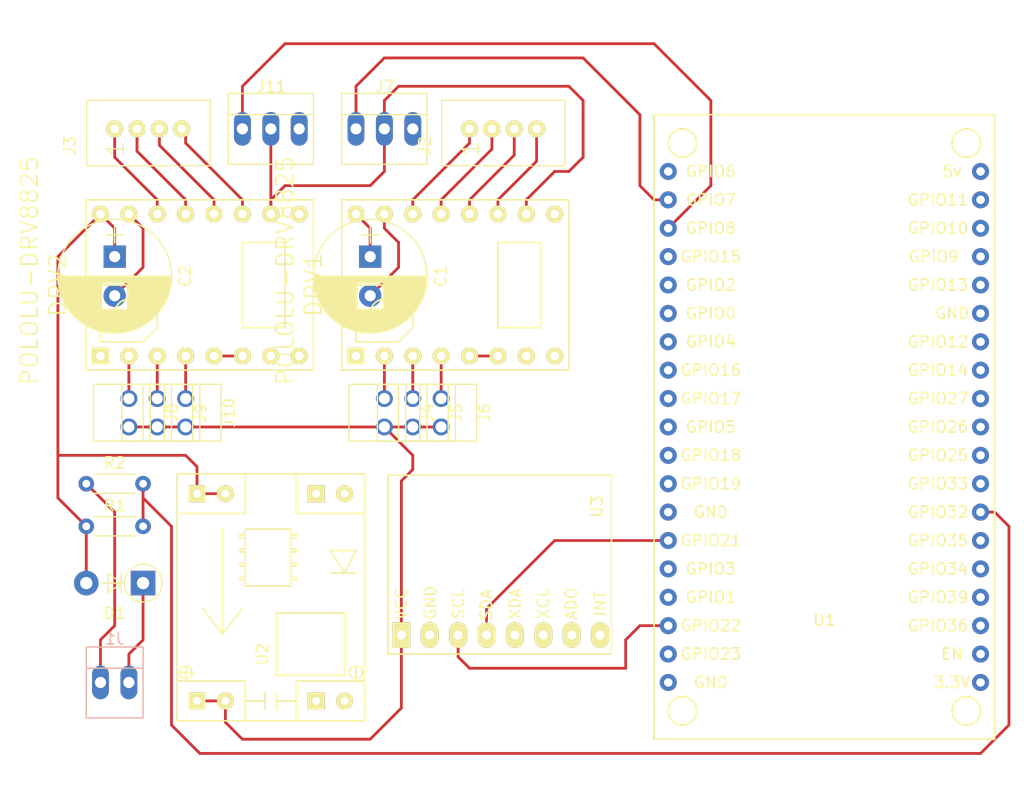
<source format=kicad_pcb>
(kicad_pcb (version 4) (host pcbnew 4.0.6)

  (general
    (links 62)
    (no_connects 20)
    (area 0 0 0 0)
    (thickness 1.6)
    (drawings 9)
    (tracks 124)
    (zones 0)
    (modules 21)
    (nets 30)
  )

  (page A4)
  (layers
    (0 F.Cu signal)
    (31 B.Cu signal)
    (32 B.Adhes user)
    (33 F.Adhes user)
    (34 B.Paste user)
    (35 F.Paste user)
    (36 B.SilkS user)
    (37 F.SilkS user)
    (38 B.Mask user)
    (39 F.Mask user)
    (40 Dwgs.User user)
    (41 Cmts.User user)
    (42 Eco1.User user)
    (43 Eco2.User user)
    (44 Edge.Cuts user)
    (45 Margin user)
    (46 B.CrtYd user)
    (47 F.CrtYd user)
    (48 B.Fab user)
    (49 F.Fab user)
  )

  (setup
    (last_trace_width 1)
    (trace_clearance 0.2)
    (zone_clearance 0.508)
    (zone_45_only no)
    (trace_min 0.2)
    (segment_width 0.2)
    (edge_width 0.15)
    (via_size 0.6)
    (via_drill 0.4)
    (via_min_size 0.4)
    (via_min_drill 0.3)
    (uvia_size 0.3)
    (uvia_drill 0.1)
    (uvias_allowed no)
    (uvia_min_size 0.2)
    (uvia_min_drill 0.1)
    (pcb_text_width 0.3)
    (pcb_text_size 1.5 1.5)
    (mod_edge_width 0.15)
    (mod_text_size 1 1)
    (mod_text_width 0.15)
    (pad_size 1.51 1.51)
    (pad_drill 1)
    (pad_to_mask_clearance 0.2)
    (aux_axis_origin 0 0)
    (visible_elements 7FFFFFFF)
    (pcbplotparams
      (layerselection 0x00030_80000001)
      (usegerberextensions false)
      (excludeedgelayer true)
      (linewidth 0.100000)
      (plotframeref false)
      (viasonmask false)
      (mode 1)
      (useauxorigin false)
      (hpglpennumber 1)
      (hpglpenspeed 20)
      (hpglpendiameter 15)
      (hpglpenoverlay 2)
      (psnegative false)
      (psa4output false)
      (plotreference true)
      (plotvalue true)
      (plotinvisibletext false)
      (padsonsilk false)
      (subtractmaskfromsilk false)
      (outputformat 1)
      (mirror false)
      (drillshape 1)
      (scaleselection 1)
      (outputdirectory ""))
  )

  (net 0 "")
  (net 1 "Net-(DRV1-Pad2)")
  (net 2 "Net-(DRV1-Pad3)")
  (net 3 "Net-(DRV1-Pad4)")
  (net 4 "Net-(DRV1-Pad5)")
  (net 5 "Net-(DRV1-Pad7)")
  (net 6 "Net-(DRV1-Pad8)")
  (net 7 "Net-(DRV1-Pad11)")
  (net 8 "Net-(DRV1-Pad12)")
  (net 9 "Net-(DRV1-Pad13)")
  (net 10 "Net-(DRV1-Pad14)")
  (net 11 "Net-(DRV2-Pad2)")
  (net 12 "Net-(DRV2-Pad3)")
  (net 13 "Net-(DRV2-Pad4)")
  (net 14 "Net-(DRV2-Pad5)")
  (net 15 "Net-(DRV2-Pad7)")
  (net 16 "Net-(DRV2-Pad8)")
  (net 17 "Net-(DRV2-Pad11)")
  (net 18 "Net-(DRV2-Pad12)")
  (net 19 "Net-(DRV2-Pad13)")
  (net 20 "Net-(DRV2-Pad14)")
  (net 21 +12V)
  (net 22 GND)
  (net 23 "Net-(R1-Pad2)")
  (net 24 "Net-(U1-Pad22)")
  (net 25 "Net-(U1-Pad25)")
  (net 26 "Net-(J7-Pad1)")
  (net 27 "Net-(J11-Pad1)")
  (net 28 "Net-(D1-Pad2)")
  (net 29 +5V)

  (net_class Default "This is the default net class."
    (clearance 0.2)
    (trace_width 1)
    (via_dia 0.6)
    (via_drill 0.4)
    (uvia_dia 0.3)
    (uvia_drill 0.1)
    (add_net +12V)
    (add_net +5V)
    (add_net GND)
    (add_net "Net-(D1-Pad2)")
    (add_net "Net-(DRV1-Pad11)")
    (add_net "Net-(DRV1-Pad12)")
    (add_net "Net-(DRV1-Pad13)")
    (add_net "Net-(DRV1-Pad14)")
    (add_net "Net-(DRV1-Pad2)")
    (add_net "Net-(DRV1-Pad3)")
    (add_net "Net-(DRV1-Pad4)")
    (add_net "Net-(DRV1-Pad5)")
    (add_net "Net-(DRV1-Pad7)")
    (add_net "Net-(DRV1-Pad8)")
    (add_net "Net-(DRV2-Pad11)")
    (add_net "Net-(DRV2-Pad12)")
    (add_net "Net-(DRV2-Pad13)")
    (add_net "Net-(DRV2-Pad14)")
    (add_net "Net-(DRV2-Pad2)")
    (add_net "Net-(DRV2-Pad3)")
    (add_net "Net-(DRV2-Pad4)")
    (add_net "Net-(DRV2-Pad5)")
    (add_net "Net-(DRV2-Pad7)")
    (add_net "Net-(DRV2-Pad8)")
    (add_net "Net-(J11-Pad1)")
    (add_net "Net-(J7-Pad1)")
    (add_net "Net-(R1-Pad2)")
    (add_net "Net-(U1-Pad22)")
    (add_net "Net-(U1-Pad25)")
  )

  (module footprint:POLOLU-DRV8825 (layer F.Cu) (tedit 55F47BD3) (tstamp 5A588255)
    (at 156.21 115.57 90)
    (path /5A587D6B)
    (fp_text reference DRV1 (at -1.27 -13.97 90) (layer F.SilkS)
      (effects (font (size 1.5 1.5) (thickness 0.15)))
    )
    (fp_text value POLOLU-DRV8825 (at 0 -16.51 90) (layer F.SilkS)
      (effects (font (size 1.5 1.5) (thickness 0.15)))
    )
    (fp_circle (center -3.81 -7.62) (end -2.54 -7.62) (layer F.SilkS) (width 0.15))
    (fp_line (start -6.35 -10.16) (end -1.27 -10.16) (layer F.SilkS) (width 0.15))
    (fp_line (start -1.27 -10.16) (end -1.27 -5.08) (layer F.SilkS) (width 0.15))
    (fp_line (start -1.27 -5.08) (end -5.08 -5.08) (layer F.SilkS) (width 0.15))
    (fp_line (start -5.08 -5.08) (end -6.35 -6.35) (layer F.SilkS) (width 0.15))
    (fp_line (start -6.35 -6.35) (end -6.35 -10.16) (layer F.SilkS) (width 0.15))
    (fp_line (start -5.08 -7.62) (end -2.54 -7.62) (layer F.SilkS) (width 0.3))
    (fp_line (start -3.81 -8.89) (end -3.81 -6.35) (layer F.SilkS) (width 0.3))
    (fp_line (start -5.08 2.54) (end 2.54 2.54) (layer F.SilkS) (width 0.15))
    (fp_line (start 2.54 2.54) (end 2.54 6.35) (layer F.SilkS) (width 0.15))
    (fp_line (start 2.54 6.35) (end -5.08 6.35) (layer F.SilkS) (width 0.15))
    (fp_line (start -5.08 6.35) (end -5.08 2.54) (layer F.SilkS) (width 0.15))
    (fp_line (start -8.89 -11.43) (end 6.35 -11.43) (layer F.SilkS) (width 0.15))
    (fp_line (start 6.35 -11.43) (end 6.35 8.89) (layer F.SilkS) (width 0.15))
    (fp_line (start 6.35 8.89) (end -8.89 8.89) (layer F.SilkS) (width 0.15))
    (fp_line (start -8.89 8.89) (end -8.89 -11.43) (layer F.SilkS) (width 0.15))
    (pad 1 thru_hole rect (at -7.62 -10.16 90) (size 1.524 1.524) (drill 0.762) (layers *.Cu *.Mask F.SilkS))
    (pad 2 thru_hole circle (at -7.62 -7.62 90) (size 1.524 1.524) (drill 0.762) (layers *.Cu *.Mask F.SilkS)
      (net 1 "Net-(DRV1-Pad2)"))
    (pad 3 thru_hole circle (at -7.62 -5.08 90) (size 1.524 1.524) (drill 0.762) (layers *.Cu *.Mask F.SilkS)
      (net 2 "Net-(DRV1-Pad3)"))
    (pad 4 thru_hole circle (at -7.62 -2.54 90) (size 1.524 1.524) (drill 0.762) (layers *.Cu *.Mask F.SilkS)
      (net 3 "Net-(DRV1-Pad4)"))
    (pad 5 thru_hole circle (at -7.62 0 90) (size 1.524 1.524) (drill 0.762) (layers *.Cu *.Mask F.SilkS)
      (net 4 "Net-(DRV1-Pad5)"))
    (pad 6 thru_hole circle (at -7.62 2.54 90) (size 1.524 1.524) (drill 0.762) (layers *.Cu *.Mask F.SilkS)
      (net 4 "Net-(DRV1-Pad5)"))
    (pad 7 thru_hole circle (at -7.62 5.08 90) (size 1.524 1.524) (drill 0.762) (layers *.Cu *.Mask F.SilkS)
      (net 5 "Net-(DRV1-Pad7)"))
    (pad 8 thru_hole circle (at -7.62 7.62 90) (size 1.524 1.524) (drill 0.762) (layers *.Cu *.Mask F.SilkS)
      (net 6 "Net-(DRV1-Pad8)"))
    (pad 9 thru_hole circle (at 5.08 7.62 90) (size 1.524 1.524) (drill 0.762) (layers *.Cu *.Mask F.SilkS)
      (net 22 GND))
    (pad 10 thru_hole circle (at 5.08 5.08 90) (size 1.524 1.524) (drill 0.762) (layers *.Cu *.Mask F.SilkS)
      (net 29 +5V))
    (pad 11 thru_hole circle (at 5.08 2.54 90) (size 1.524 1.524) (drill 0.762) (layers *.Cu *.Mask F.SilkS)
      (net 7 "Net-(DRV1-Pad11)"))
    (pad 12 thru_hole circle (at 5.08 0 90) (size 1.524 1.524) (drill 0.762) (layers *.Cu *.Mask F.SilkS)
      (net 8 "Net-(DRV1-Pad12)"))
    (pad 13 thru_hole circle (at 5.08 -2.54 90) (size 1.524 1.524) (drill 0.762) (layers *.Cu *.Mask F.SilkS)
      (net 9 "Net-(DRV1-Pad13)"))
    (pad 14 thru_hole circle (at 5.08 -5.08 90) (size 1.524 1.524) (drill 0.762) (layers *.Cu *.Mask F.SilkS)
      (net 10 "Net-(DRV1-Pad14)"))
    (pad 15 thru_hole circle (at 5.08 -7.62 90) (size 1.524 1.524) (drill 0.762) (layers *.Cu *.Mask F.SilkS)
      (net 22 GND))
    (pad 16 thru_hole circle (at 5.08 -10.16 90) (size 1.524 1.524) (drill 0.762) (layers *.Cu *.Mask F.SilkS)
      (net 21 +12V))
  )

  (module footprint:POLOLU-DRV8825 (layer F.Cu) (tedit 55F47BD3) (tstamp 5A588279)
    (at 133.35 115.57 90)
    (path /5A587DE2)
    (fp_text reference DRV2 (at -1.27 -13.97 90) (layer F.SilkS)
      (effects (font (size 1.5 1.5) (thickness 0.15)))
    )
    (fp_text value POLOLU-DRV8825 (at 0 -16.51 90) (layer F.SilkS)
      (effects (font (size 1.5 1.5) (thickness 0.15)))
    )
    (fp_circle (center -3.81 -7.62) (end -2.54 -7.62) (layer F.SilkS) (width 0.15))
    (fp_line (start -6.35 -10.16) (end -1.27 -10.16) (layer F.SilkS) (width 0.15))
    (fp_line (start -1.27 -10.16) (end -1.27 -5.08) (layer F.SilkS) (width 0.15))
    (fp_line (start -1.27 -5.08) (end -5.08 -5.08) (layer F.SilkS) (width 0.15))
    (fp_line (start -5.08 -5.08) (end -6.35 -6.35) (layer F.SilkS) (width 0.15))
    (fp_line (start -6.35 -6.35) (end -6.35 -10.16) (layer F.SilkS) (width 0.15))
    (fp_line (start -5.08 -7.62) (end -2.54 -7.62) (layer F.SilkS) (width 0.3))
    (fp_line (start -3.81 -8.89) (end -3.81 -6.35) (layer F.SilkS) (width 0.3))
    (fp_line (start -5.08 2.54) (end 2.54 2.54) (layer F.SilkS) (width 0.15))
    (fp_line (start 2.54 2.54) (end 2.54 6.35) (layer F.SilkS) (width 0.15))
    (fp_line (start 2.54 6.35) (end -5.08 6.35) (layer F.SilkS) (width 0.15))
    (fp_line (start -5.08 6.35) (end -5.08 2.54) (layer F.SilkS) (width 0.15))
    (fp_line (start -8.89 -11.43) (end 6.35 -11.43) (layer F.SilkS) (width 0.15))
    (fp_line (start 6.35 -11.43) (end 6.35 8.89) (layer F.SilkS) (width 0.15))
    (fp_line (start 6.35 8.89) (end -8.89 8.89) (layer F.SilkS) (width 0.15))
    (fp_line (start -8.89 8.89) (end -8.89 -11.43) (layer F.SilkS) (width 0.15))
    (pad 1 thru_hole rect (at -7.62 -10.16 90) (size 1.524 1.524) (drill 0.762) (layers *.Cu *.Mask F.SilkS))
    (pad 2 thru_hole circle (at -7.62 -7.62 90) (size 1.524 1.524) (drill 0.762) (layers *.Cu *.Mask F.SilkS)
      (net 11 "Net-(DRV2-Pad2)"))
    (pad 3 thru_hole circle (at -7.62 -5.08 90) (size 1.524 1.524) (drill 0.762) (layers *.Cu *.Mask F.SilkS)
      (net 12 "Net-(DRV2-Pad3)"))
    (pad 4 thru_hole circle (at -7.62 -2.54 90) (size 1.524 1.524) (drill 0.762) (layers *.Cu *.Mask F.SilkS)
      (net 13 "Net-(DRV2-Pad4)"))
    (pad 5 thru_hole circle (at -7.62 0 90) (size 1.524 1.524) (drill 0.762) (layers *.Cu *.Mask F.SilkS)
      (net 14 "Net-(DRV2-Pad5)"))
    (pad 6 thru_hole circle (at -7.62 2.54 90) (size 1.524 1.524) (drill 0.762) (layers *.Cu *.Mask F.SilkS)
      (net 14 "Net-(DRV2-Pad5)"))
    (pad 7 thru_hole circle (at -7.62 5.08 90) (size 1.524 1.524) (drill 0.762) (layers *.Cu *.Mask F.SilkS)
      (net 15 "Net-(DRV2-Pad7)"))
    (pad 8 thru_hole circle (at -7.62 7.62 90) (size 1.524 1.524) (drill 0.762) (layers *.Cu *.Mask F.SilkS)
      (net 16 "Net-(DRV2-Pad8)"))
    (pad 9 thru_hole circle (at 5.08 7.62 90) (size 1.524 1.524) (drill 0.762) (layers *.Cu *.Mask F.SilkS)
      (net 22 GND))
    (pad 10 thru_hole circle (at 5.08 5.08 90) (size 1.524 1.524) (drill 0.762) (layers *.Cu *.Mask F.SilkS)
      (net 29 +5V))
    (pad 11 thru_hole circle (at 5.08 2.54 90) (size 1.524 1.524) (drill 0.762) (layers *.Cu *.Mask F.SilkS)
      (net 17 "Net-(DRV2-Pad11)"))
    (pad 12 thru_hole circle (at 5.08 0 90) (size 1.524 1.524) (drill 0.762) (layers *.Cu *.Mask F.SilkS)
      (net 18 "Net-(DRV2-Pad12)"))
    (pad 13 thru_hole circle (at 5.08 -2.54 90) (size 1.524 1.524) (drill 0.762) (layers *.Cu *.Mask F.SilkS)
      (net 19 "Net-(DRV2-Pad13)"))
    (pad 14 thru_hole circle (at 5.08 -5.08 90) (size 1.524 1.524) (drill 0.762) (layers *.Cu *.Mask F.SilkS)
      (net 20 "Net-(DRV2-Pad14)"))
    (pad 15 thru_hole circle (at 5.08 -7.62 90) (size 1.524 1.524) (drill 0.762) (layers *.Cu *.Mask F.SilkS)
      (net 22 GND))
    (pad 16 thru_hole circle (at 5.08 -10.16 90) (size 1.524 1.524) (drill 0.762) (layers *.Cu *.Mask F.SilkS)
      (net 21 +12V))
  )

  (module footprint:MP1584_buck_module (layer F.Cu) (tedit 55D1F7A1) (tstamp 5A5882CE)
    (at 138.43 144.78 270)
    (path /5A588044)
    (fp_text reference U2 (at 5.08 0.762 270) (layer F.SilkS)
      (effects (font (size 1 1) (thickness 0.15)))
    )
    (fp_text value MP1584 (at 0.635 9.144 270) (layer F.Fab)
      (effects (font (size 1 1) (thickness 0.15)))
    )
    (fp_line (start 3.302 4.318) (end 1.016 6.096) (layer F.SilkS) (width 0.15))
    (fp_line (start -6.096 4.318) (end 3.302 4.318) (layer F.SilkS) (width 0.15))
    (fp_line (start 3.302 4.318) (end 1.016 2.54) (layer F.SilkS) (width 0.15))
    (fp_line (start -1.524 -1.778) (end -1.016 -1.778) (layer F.SilkS) (width 0.15))
    (fp_line (start -1.016 -1.778) (end -1.016 2.286) (layer F.SilkS) (width 0.15))
    (fp_line (start -1.016 2.286) (end -1.524 2.286) (layer F.SilkS) (width 0.15))
    (fp_line (start -1.524 2.286) (end -1.524 2.794) (layer F.SilkS) (width 0.15))
    (fp_line (start -1.524 2.794) (end -1.778 2.794) (layer F.SilkS) (width 0.15))
    (fp_line (start -1.778 2.794) (end -1.778 2.286) (layer F.SilkS) (width 0.15))
    (fp_line (start -1.778 2.286) (end -2.794 2.286) (layer F.SilkS) (width 0.15))
    (fp_line (start -2.794 2.286) (end -2.794 2.794) (layer F.SilkS) (width 0.15))
    (fp_line (start -2.794 2.794) (end -3.048 2.794) (layer F.SilkS) (width 0.15))
    (fp_line (start -3.048 2.794) (end -3.048 2.286) (layer F.SilkS) (width 0.15))
    (fp_line (start -3.048 2.286) (end -4.064 2.286) (layer F.SilkS) (width 0.15))
    (fp_line (start -4.064 2.286) (end -4.064 2.794) (layer F.SilkS) (width 0.15))
    (fp_line (start -4.064 2.794) (end -4.318 2.794) (layer F.SilkS) (width 0.15))
    (fp_line (start -4.318 2.794) (end -4.318 2.286) (layer F.SilkS) (width 0.15))
    (fp_line (start -4.318 2.286) (end -5.334 2.286) (layer F.SilkS) (width 0.15))
    (fp_line (start -5.334 2.286) (end -5.334 2.794) (layer F.SilkS) (width 0.15))
    (fp_line (start -5.334 2.794) (end -5.588 2.794) (layer F.SilkS) (width 0.15))
    (fp_line (start -5.588 2.794) (end -5.588 2.286) (layer F.SilkS) (width 0.15))
    (fp_line (start -5.588 2.286) (end -6.096 2.286) (layer F.SilkS) (width 0.15))
    (fp_line (start -6.096 2.286) (end -6.096 2.032) (layer F.SilkS) (width 0.15))
    (fp_line (start -2.794 -1.778) (end -1.778 -1.778) (layer F.SilkS) (width 0.15))
    (fp_line (start -4.064 -1.778) (end -3.048 -1.778) (layer F.SilkS) (width 0.15))
    (fp_line (start -5.334 -1.778) (end -4.318 -1.778) (layer F.SilkS) (width 0.15))
    (fp_line (start -1.778 -1.778) (end -1.778 -2.286) (layer F.SilkS) (width 0.15))
    (fp_line (start -1.778 -2.286) (end -1.524 -2.286) (layer F.SilkS) (width 0.15))
    (fp_line (start -3.048 -1.778) (end -3.048 -2.286) (layer F.SilkS) (width 0.15))
    (fp_line (start -3.048 -2.286) (end -2.794 -2.286) (layer F.SilkS) (width 0.15))
    (fp_line (start -4.318 -1.778) (end -4.318 -2.286) (layer F.SilkS) (width 0.15))
    (fp_line (start -4.318 -2.286) (end -4.064 -2.286) (layer F.SilkS) (width 0.15))
    (fp_line (start -6.096 2.032) (end -6.096 -1.778) (layer F.SilkS) (width 0.15))
    (fp_line (start -6.096 -1.778) (end -5.842 -1.778) (layer F.SilkS) (width 0.15))
    (fp_line (start -5.842 -1.778) (end -5.588 -1.778) (layer F.SilkS) (width 0.15))
    (fp_line (start -5.588 -1.778) (end -5.588 -2.286) (layer F.SilkS) (width 0.15))
    (fp_line (start -5.588 -2.286) (end -5.334 -2.286) (layer F.SilkS) (width 0.15))
    (fp_line (start -1.524 -1.778) (end -1.524 -2.286) (layer F.SilkS) (width 0.15))
    (fp_line (start -2.794 -2.286) (end -2.794 -1.778) (layer F.SilkS) (width 0.15))
    (fp_line (start -4.064 -1.778) (end -4.064 -2.286) (layer F.SilkS) (width 0.15))
    (fp_line (start -5.334 -1.778) (end -5.334 -2.286) (layer F.SilkS) (width 0.15))
    (fp_line (start 10.033 0.508) (end 8.509 0.508) (layer F.SilkS) (width 0.15))
    (fp_line (start 8.509 0.508) (end 9.271 0.508) (layer F.SilkS) (width 0.15))
    (fp_line (start 9.271 0.508) (end 9.271 2.286) (layer F.SilkS) (width 0.15))
    (fp_line (start 9.271 -2.286) (end 9.271 -0.508) (layer F.SilkS) (width 0.15))
    (fp_line (start 9.271 -0.508) (end 8.509 -0.508) (layer F.SilkS) (width 0.15))
    (fp_line (start 8.509 -0.508) (end 10.033 -0.508) (layer F.SilkS) (width 0.15))
    (fp_line (start -2.159 -7.62) (end -2.159 -5.334) (layer F.SilkS) (width 0.15))
    (fp_line (start -4.191 -7.62) (end -4.191 -5.334) (layer F.SilkS) (width 0.15))
    (fp_line (start -4.191 -5.334) (end -2.159 -6.604) (layer F.SilkS) (width 0.15))
    (fp_line (start -2.159 -6.604) (end -4.191 -7.62) (layer F.SilkS) (width 0.15))
    (fp_line (start 6.223 -6.604) (end 1.397 -6.604) (layer F.SilkS) (width 0.15))
    (fp_line (start 1.397 -6.604) (end 1.397 -0.508) (layer F.SilkS) (width 0.15))
    (fp_line (start 1.397 -0.508) (end 6.985 -0.508) (layer F.SilkS) (width 0.15))
    (fp_line (start 6.985 -0.508) (end 6.985 -6.604) (layer F.SilkS) (width 0.15))
    (fp_line (start 6.985 -6.604) (end 6.223 -6.604) (layer F.SilkS) (width 0.15))
    (fp_line (start 6.223 -7.62) (end 7.239 -7.62) (layer F.SilkS) (width 0.15))
    (fp_circle (center 6.731 -7.62) (end 7.239 -7.874) (layer F.SilkS) (width 0.15))
    (fp_line (start 6.731 7.112) (end 6.731 8.128) (layer F.SilkS) (width 0.15))
    (fp_line (start 6.223 7.62) (end 7.239 7.62) (layer F.SilkS) (width 0.15))
    (fp_circle (center 6.731 7.62) (end 7.239 7.874) (layer F.SilkS) (width 0.15))
    (fp_line (start 7.493 8.382) (end 7.493 2.286) (layer F.SilkS) (width 0.15))
    (fp_line (start 7.493 2.286) (end 11.049 2.286) (layer F.SilkS) (width 0.15))
    (fp_line (start 11.049 -2.286) (end 7.493 -2.286) (layer F.SilkS) (width 0.15))
    (fp_line (start 7.493 -2.286) (end 7.493 -8.382) (layer F.SilkS) (width 0.15))
    (fp_line (start -11.049 2.286) (end -7.493 2.286) (layer F.SilkS) (width 0.15))
    (fp_line (start -7.493 2.286) (end -7.493 8.382) (layer F.SilkS) (width 0.15))
    (fp_line (start -7.493 -8.382) (end -7.493 -2.286) (layer F.SilkS) (width 0.15))
    (fp_line (start -7.493 -2.286) (end -11.049 -2.286) (layer F.SilkS) (width 0.15))
    (fp_line (start -11.049 -8.382) (end 11.049 -8.382) (layer F.SilkS) (width 0.15))
    (fp_line (start 11.049 -8.382) (end 11.049 8.382) (layer F.SilkS) (width 0.15))
    (fp_line (start 11.049 8.382) (end -11.049 8.382) (layer F.SilkS) (width 0.15))
    (fp_line (start -11.049 8.382) (end -11.049 -8.382) (layer F.SilkS) (width 0.15))
    (pad 2 thru_hole circle (at -9.271 -6.604 270) (size 1.524 1.524) (drill 0.7) (layers *.Cu *.Mask F.SilkS)
      (net 22 GND))
    (pad 1 thru_hole rect (at -9.271 6.604 270) (size 1.524 1.524) (drill 0.7) (layers *.Cu *.Mask F.SilkS)
      (net 28 "Net-(D1-Pad2)"))
    (pad 3 thru_hole circle (at 9.271 -6.604 270) (size 1.524 1.524) (drill 0.7) (layers *.Cu *.Mask F.SilkS)
      (net 22 GND))
    (pad 4 thru_hole rect (at 9.271 6.604 270) (size 1.524 1.524) (drill 0.7) (layers *.Cu *.Mask F.SilkS)
      (net 29 +5V))
    (pad 3 thru_hole rect (at 9.271 -4.064 270) (size 1.524 1.524) (drill 0.7) (layers *.Cu *.Mask F.SilkS)
      (net 22 GND))
    (pad 2 thru_hole rect (at -9.271 -4.064 270) (size 1.524 1.524) (drill 0.7) (layers *.Cu *.Mask F.SilkS)
      (net 22 GND))
    (pad 1 thru_hole circle (at -9.271 4.064 270) (size 1.524 1.524) (drill 0.7) (layers *.Cu *.Mask F.SilkS)
      (net 28 "Net-(D1-Pad2)"))
    (pad 4 thru_hole circle (at 9.271 4.064 270) (size 1.524 1.524) (drill 0.7) (layers *.Cu *.Mask F.SilkS)
      (net 29 +5V))
  )

  (module footprint:Esp32Dev (layer F.Cu) (tedit 5A58428A) (tstamp 5A5886C7)
    (at 187.96 125.73 180)
    (path /5A58442C)
    (fp_text reference U1 (at 0 -21.09 180) (layer F.SilkS)
      (effects (font (size 1 1) (thickness 0.15)))
    )
    (fp_text value Esp32Dev (at 0 -15.74 180) (layer F.Fab)
      (effects (font (size 1 1) (thickness 0.15)))
    )
    (fp_text user GPIO6 (at 10.16 19.05 180) (layer F.SilkS)
      (effects (font (size 1 1) (thickness 0.15)))
    )
    (fp_text user GPIO7 (at 10.16 16.51 180) (layer F.SilkS)
      (effects (font (size 1 1) (thickness 0.15)))
    )
    (fp_text user GPIO8 (at 10.16 13.97 180) (layer F.SilkS)
      (effects (font (size 1 1) (thickness 0.15)))
    )
    (fp_text user GPIO15 (at 10.16 11.43 180) (layer F.SilkS)
      (effects (font (size 1 1) (thickness 0.15)))
    )
    (fp_text user GPIO2 (at 10.16 8.89 180) (layer F.SilkS)
      (effects (font (size 1 1) (thickness 0.15)))
    )
    (fp_text user GPIO0 (at 10.16 6.35 180) (layer F.SilkS)
      (effects (font (size 1 1) (thickness 0.15)))
    )
    (fp_text user GPIO4 (at 10.16 3.81 180) (layer F.SilkS)
      (effects (font (size 1 1) (thickness 0.15)))
    )
    (fp_text user GPIO16 (at 10.16 1.27 180) (layer F.SilkS)
      (effects (font (size 1 1) (thickness 0.15)))
    )
    (fp_text user GPIO17 (at 10.16 -1.27 180) (layer F.SilkS)
      (effects (font (size 1 1) (thickness 0.15)))
    )
    (fp_text user GPIO5 (at 10.16 -3.81 180) (layer F.SilkS)
      (effects (font (size 1 1) (thickness 0.15)))
    )
    (fp_text user GPIO18 (at 10.16 -6.35 180) (layer F.SilkS)
      (effects (font (size 1 1) (thickness 0.15)))
    )
    (fp_text user GPIO19 (at 10.16 -8.89 180) (layer F.SilkS)
      (effects (font (size 1 1) (thickness 0.15)))
    )
    (fp_text user GND (at 10.16 -11.43 180) (layer F.SilkS)
      (effects (font (size 1 1) (thickness 0.15)))
    )
    (fp_text user GPIO21 (at 10.16 -13.97 180) (layer F.SilkS)
      (effects (font (size 1 1) (thickness 0.15)))
    )
    (fp_text user GPIO3 (at 10.16 -16.51 180) (layer F.SilkS)
      (effects (font (size 1 1) (thickness 0.15)))
    )
    (fp_text user GPIO1 (at 10.16 -19.05 180) (layer F.SilkS)
      (effects (font (size 1 1) (thickness 0.15)))
    )
    (fp_text user GPIO22 (at 10.16 -21.59 180) (layer F.SilkS)
      (effects (font (size 1 1) (thickness 0.15)))
    )
    (fp_text user GPIO23 (at 10.16 -24.13 180) (layer F.SilkS)
      (effects (font (size 1 1) (thickness 0.15)))
    )
    (fp_text user GND (at 10.16 -26.67 180) (layer F.SilkS)
      (effects (font (size 1 1) (thickness 0.15)))
    )
    (fp_text user 3.3V (at -11.43 -26.67 180) (layer F.SilkS)
      (effects (font (size 1 1) (thickness 0.15)))
    )
    (fp_text user EN (at -11.43 -24.13 180) (layer F.SilkS)
      (effects (font (size 1 1) (thickness 0.15)))
    )
    (fp_text user GPIO36 (at -10.16 -21.59 180) (layer F.SilkS)
      (effects (font (size 1 1) (thickness 0.15)))
    )
    (fp_text user GPIO39 (at -10.16 -19.05 180) (layer F.SilkS)
      (effects (font (size 1 1) (thickness 0.15)))
    )
    (fp_text user GPIO34 (at -10.16 -16.51 180) (layer F.SilkS)
      (effects (font (size 1 1) (thickness 0.15)))
    )
    (fp_text user GPIO35 (at -10.16 -13.97 180) (layer F.SilkS)
      (effects (font (size 1 1) (thickness 0.15)))
    )
    (fp_text user GPIO32 (at -10.16 -11.43 180) (layer F.SilkS)
      (effects (font (size 1 1) (thickness 0.15)))
    )
    (fp_text user GPIO33 (at -10.16 -8.89 180) (layer F.SilkS)
      (effects (font (size 1 1) (thickness 0.15)))
    )
    (fp_text user GPIO25 (at -10.16 -6.35 180) (layer F.SilkS)
      (effects (font (size 1 1) (thickness 0.15)))
    )
    (fp_text user GPIO26 (at -10.16 -3.81 180) (layer F.SilkS)
      (effects (font (size 1 1) (thickness 0.15)))
    )
    (fp_text user GPIO27 (at -10.16 -1.27 180) (layer F.SilkS)
      (effects (font (size 1 1) (thickness 0.15)))
    )
    (fp_text user GPIO14 (at -10.16 1.27 180) (layer F.SilkS)
      (effects (font (size 1 1) (thickness 0.15)))
    )
    (fp_text user GPIO12 (at -10.16 3.81 180) (layer F.SilkS)
      (effects (font (size 1 1) (thickness 0.15)))
    )
    (fp_text user GND (at -11.43 6.35 180) (layer F.SilkS)
      (effects (font (size 1 1) (thickness 0.15)))
    )
    (fp_text user GPIO13 (at -10.16 8.89 180) (layer F.SilkS)
      (effects (font (size 1 1) (thickness 0.15)))
    )
    (fp_text user "GPIO9 " (at -10.16 11.43 180) (layer F.SilkS)
      (effects (font (size 1 1) (thickness 0.15)))
    )
    (fp_text user GPIO10 (at -10.16 13.97 180) (layer F.SilkS)
      (effects (font (size 1 1) (thickness 0.15)))
    )
    (fp_text user GPIO11 (at -10.16 16.51 180) (layer F.SilkS)
      (effects (font (size 1 1) (thickness 0.15)))
    )
    (fp_text user 5v (at -11.43 19.05 180) (layer F.SilkS)
      (effects (font (size 1 1) (thickness 0.15)))
    )
    (fp_circle (center 12.7 21.59) (end 13.97 21.59) (layer F.SilkS) (width 0.15))
    (fp_circle (center -12.7 21.59) (end -11.43 21.59) (layer F.SilkS) (width 0.15))
    (fp_circle (center 12.7 -29.21) (end 12.7 -27.94) (layer F.SilkS) (width 0.15))
    (fp_circle (center -12.7 -29.21) (end -11.43 -29.21) (layer F.SilkS) (width 0.15))
    (fp_line (start -15.24 -30.48) (end -15.24 -31.75) (layer F.SilkS) (width 0.15))
    (fp_line (start -15.24 -31.75) (end 15.24 -31.75) (layer F.SilkS) (width 0.15))
    (fp_line (start 15.24 -31.75) (end 15.24 -30.48) (layer F.SilkS) (width 0.15))
    (fp_line (start -15.24 22.86) (end -15.24 24.13) (layer F.SilkS) (width 0.15))
    (fp_line (start -15.24 24.13) (end 15.24 24.13) (layer F.SilkS) (width 0.15))
    (fp_line (start 15.24 24.13) (end 15.24 22.86) (layer F.SilkS) (width 0.15))
    (fp_line (start -15.24 22.86) (end -15.24 -30.48) (layer F.SilkS) (width 0.15))
    (fp_line (start 15.24 -30.48) (end 15.24 22.86) (layer F.SilkS) (width 0.15))
    (pad 1 thru_hole circle (at -13.97 19.05 180) (size 1.524 1.524) (drill 0.762) (layers *.Cu *.Mask)
      (net 29 +5V))
    (pad 2 thru_hole circle (at -13.97 16.51 180) (size 1.524 1.524) (drill 0.762) (layers *.Cu *.Mask))
    (pad 3 thru_hole circle (at -13.97 13.97 180) (size 1.524 1.524) (drill 0.762) (layers *.Cu *.Mask))
    (pad 4 thru_hole circle (at -13.97 11.43 180) (size 1.524 1.524) (drill 0.762) (layers *.Cu *.Mask))
    (pad 5 thru_hole circle (at -13.97 8.89 180) (size 1.524 1.524) (drill 0.762) (layers *.Cu *.Mask))
    (pad 6 thru_hole circle (at -13.97 6.35 180) (size 1.524 1.524) (drill 0.762) (layers *.Cu *.Mask)
      (net 22 GND))
    (pad 7 thru_hole circle (at -13.97 3.81 180) (size 1.524 1.524) (drill 0.762) (layers *.Cu *.Mask))
    (pad 8 thru_hole circle (at -13.97 1.27 180) (size 1.524 1.524) (drill 0.762) (layers *.Cu *.Mask))
    (pad 9 thru_hole circle (at -13.97 -1.27 180) (size 1.524 1.524) (drill 0.762) (layers *.Cu *.Mask))
    (pad 10 thru_hole circle (at -13.97 -3.81 180) (size 1.524 1.524) (drill 0.762) (layers *.Cu *.Mask))
    (pad 11 thru_hole circle (at -13.97 -6.35 180) (size 1.524 1.524) (drill 0.762) (layers *.Cu *.Mask))
    (pad 12 thru_hole circle (at -13.97 -8.89 180) (size 1.524 1.524) (drill 0.762) (layers *.Cu *.Mask))
    (pad 13 thru_hole circle (at -13.97 -11.43 180) (size 1.524 1.524) (drill 0.762) (layers *.Cu *.Mask)
      (net 23 "Net-(R1-Pad2)"))
    (pad 14 thru_hole circle (at -13.97 -13.97 180) (size 1.524 1.524) (drill 0.762) (layers *.Cu *.Mask))
    (pad 15 thru_hole circle (at -13.97 -16.51 180) (size 1.524 1.524) (drill 0.762) (layers *.Cu *.Mask))
    (pad 16 thru_hole circle (at -13.97 -19.05 180) (size 1.524 1.524) (drill 0.762) (layers *.Cu *.Mask)
      (net 5 "Net-(DRV1-Pad7)"))
    (pad 17 thru_hole circle (at -13.97 -21.59 180) (size 1.524 1.524) (drill 0.762) (layers *.Cu *.Mask)
      (net 6 "Net-(DRV1-Pad8)"))
    (pad 18 thru_hole circle (at -13.97 -24.13 180) (size 1.524 1.524) (drill 0.762) (layers *.Cu *.Mask))
    (pad 19 thru_hole circle (at -13.97 -26.67 180) (size 1.524 1.524) (drill 0.762) (layers *.Cu *.Mask))
    (pad 20 thru_hole circle (at 13.97 -26.67 180) (size 1.524 1.524) (drill 0.762) (layers *.Cu *.Mask))
    (pad 21 thru_hole circle (at 13.97 -24.13 180) (size 1.524 1.524) (drill 0.762) (layers *.Cu *.Mask))
    (pad 22 thru_hole circle (at 13.97 -21.59 180) (size 1.524 1.524) (drill 0.762) (layers *.Cu *.Mask)
      (net 24 "Net-(U1-Pad22)"))
    (pad 23 thru_hole circle (at 13.97 -19.05 180) (size 1.524 1.524) (drill 0.762) (layers *.Cu *.Mask))
    (pad 24 thru_hole circle (at 13.97 -16.51 180) (size 1.524 1.524) (drill 0.762) (layers *.Cu *.Mask))
    (pad 25 thru_hole circle (at 13.97 -13.97 180) (size 1.524 1.524) (drill 0.762) (layers *.Cu *.Mask)
      (net 25 "Net-(U1-Pad25)"))
    (pad 26 thru_hole circle (at 13.97 -11.43 180) (size 1.524 1.524) (drill 0.762) (layers *.Cu *.Mask))
    (pad 27 thru_hole circle (at 13.97 -8.89 180) (size 1.524 1.524) (drill 0.762) (layers *.Cu *.Mask))
    (pad 28 thru_hole circle (at 13.97 -6.35 180) (size 1.524 1.524) (drill 0.762) (layers *.Cu *.Mask))
    (pad 29 thru_hole circle (at 13.97 -3.81 180) (size 1.524 1.524) (drill 0.762) (layers *.Cu *.Mask))
    (pad 30 thru_hole circle (at 13.97 -1.27 180) (size 1.524 1.524) (drill 0.762) (layers *.Cu *.Mask))
    (pad 31 thru_hole circle (at 13.97 1.27 180) (size 1.524 1.524) (drill 0.762) (layers *.Cu *.Mask))
    (pad 32 thru_hole circle (at 13.97 3.81 180) (size 1.524 1.524) (drill 0.762) (layers *.Cu *.Mask)
      (net 16 "Net-(DRV2-Pad8)"))
    (pad 33 thru_hole circle (at 13.97 6.35 180) (size 1.524 1.524) (drill 0.762) (layers *.Cu *.Mask))
    (pad 34 thru_hole circle (at 13.97 8.89 180) (size 1.524 1.524) (drill 0.762) (layers *.Cu *.Mask)
      (net 15 "Net-(DRV2-Pad7)"))
    (pad 35 thru_hole circle (at 13.97 11.43 180) (size 1.524 1.524) (drill 0.762) (layers *.Cu *.Mask))
    (pad 36 thru_hole circle (at 13.97 13.97 180) (size 1.524 1.524) (drill 0.762) (layers *.Cu *.Mask)
      (net 27 "Net-(J11-Pad1)"))
    (pad 37 thru_hole circle (at 13.97 16.51 180) (size 1.524 1.524) (drill 0.762) (layers *.Cu *.Mask)
      (net 26 "Net-(J7-Pad1)"))
    (pad 38 thru_hole circle (at 13.97 19.05 180) (size 1.524 1.524) (drill 0.762) (layers *.Cu *.Mask))
  )

  (module footprint:MPU6050 (layer F.Cu) (tedit 563A08FA) (tstamp 5A58C6C3)
    (at 168.91 149.86 90)
    (path /5A589877)
    (fp_text reference U3 (at 13.2 -1.3 90) (layer F.SilkS)
      (effects (font (size 1 1) (thickness 0.15)))
    )
    (fp_text value MPU6050 (at 11.3 -18.1 90) (layer F.Fab)
      (effects (font (size 1 1) (thickness 0.15)))
    )
    (fp_text user INT (at 4.5 -1 90) (layer F.SilkS)
      (effects (font (size 1 1) (thickness 0.15)))
    )
    (fp_text user ADO (at 4.5 -3.6 90) (layer F.SilkS)
      (effects (font (size 1 1) (thickness 0.15)))
    )
    (fp_text user XCL (at 4.5 -6.1 90) (layer F.SilkS)
      (effects (font (size 1 1) (thickness 0.15)))
    )
    (fp_text user XDA (at 4.5 -8.6 90) (layer F.SilkS)
      (effects (font (size 1 1) (thickness 0.15)))
    )
    (fp_text user SDA (at 4.4 -11.2 90) (layer F.SilkS)
      (effects (font (size 1 1) (thickness 0.15)))
    )
    (fp_text user SCL (at 4.5 -13.7 90) (layer F.SilkS)
      (effects (font (size 1 1) (thickness 0.15)))
    )
    (fp_text user GND (at 4.6 -16.2 90) (layer F.SilkS)
      (effects (font (size 1 1) (thickness 0.15)))
    )
    (fp_text user VCC (at 4.5 -18.8 90) (layer F.SilkS)
      (effects (font (size 1 1) (thickness 0.15)))
    )
    (fp_line (start 0 0) (end 0 -20) (layer F.SilkS) (width 0.15))
    (fp_line (start 0 -20) (end 16 -20) (layer F.SilkS) (width 0.15))
    (fp_line (start 16 -20) (end 16 0) (layer F.SilkS) (width 0.15))
    (fp_line (start 16 0) (end 0 0) (layer F.SilkS) (width 0.15))
    (pad 1 thru_hole rect (at 1.7 -18.8 90) (size 2.3 1.6) (drill 0.8) (layers *.Cu *.Mask F.SilkS)
      (net 29 +5V))
    (pad 2 thru_hole oval (at 1.7 -16.26 90) (size 2.3 1.6) (drill 0.8) (layers *.Cu *.Mask F.SilkS)
      (net 22 GND))
    (pad 3 thru_hole oval (at 1.7 -13.72 90) (size 2.3 1.6) (drill 0.8) (layers *.Cu *.Mask F.SilkS)
      (net 24 "Net-(U1-Pad22)"))
    (pad 4 thru_hole oval (at 1.7 -11.18 90) (size 2.3 1.6) (drill 0.8) (layers *.Cu *.Mask F.SilkS)
      (net 25 "Net-(U1-Pad25)"))
    (pad 5 thru_hole oval (at 1.7 -8.64 90) (size 2.3 1.6) (drill 0.8) (layers *.Cu *.Mask F.SilkS))
    (pad 6 thru_hole oval (at 1.7 -6.1 90) (size 2.3 1.6) (drill 0.8) (layers *.Cu *.Mask F.SilkS))
    (pad 7 thru_hole oval (at 1.7 -3.56 90) (size 2.3 1.6) (drill 0.8) (layers *.Cu *.Mask F.SilkS))
    (pad 8 thru_hole oval (at 1.7 -1.02 90) (size 2.3 1.6) (drill 0.8) (layers *.Cu *.Mask F.SilkS))
  )

  (module Connectors:PINHEAD1-2 (layer B.Cu) (tedit 0) (tstamp 5A58C7D2)
    (at 125.73 152.4 180)
    (path /5A58872D)
    (fp_text reference J1 (at 1.27 3.9 180) (layer B.SilkS)
      (effects (font (size 1 1) (thickness 0.15)) (justify mirror))
    )
    (fp_text value Bat (at 1.27 -3.81 180) (layer B.Fab)
      (effects (font (size 1 1) (thickness 0.15)) (justify mirror))
    )
    (fp_line (start 3.81 1.27) (end -1.27 1.27) (layer B.SilkS) (width 0.12))
    (fp_line (start 3.81 -3.17) (end -1.27 -3.17) (layer B.SilkS) (width 0.12))
    (fp_line (start -1.27 3.17) (end 3.81 3.17) (layer B.SilkS) (width 0.12))
    (fp_line (start -1.27 3.17) (end -1.27 -3.17) (layer B.SilkS) (width 0.12))
    (fp_line (start 3.81 3.17) (end 3.81 -3.17) (layer B.SilkS) (width 0.12))
    (fp_line (start -1.52 3.42) (end 4.06 3.42) (layer B.CrtYd) (width 0.05))
    (fp_line (start -1.52 3.42) (end -1.52 -3.42) (layer B.CrtYd) (width 0.05))
    (fp_line (start 4.06 -3.42) (end 4.06 3.42) (layer B.CrtYd) (width 0.05))
    (fp_line (start 4.06 -3.42) (end -1.52 -3.42) (layer B.CrtYd) (width 0.05))
    (pad 1 thru_hole oval (at 0 0 180) (size 1.51 3.01) (drill 1) (layers *.Cu *.Mask)
      (net 21 +12V))
    (pad 2 thru_hole oval (at 2.54 0 180) (size 1.51 3.01) (drill 1) (layers *.Cu *.Mask)
      (net 22 GND))
  )

  (module Resistors_THT:R_Axial_DIN0204_L3.6mm_D1.6mm_P5.08mm_Horizontal (layer F.Cu) (tedit 5874F706) (tstamp 5A5B24F6)
    (at 121.92 138.43)
    (descr "Resistor, Axial_DIN0204 series, Axial, Horizontal, pin pitch=5.08mm, 0.16666666666666666W = 1/6W, length*diameter=3.6*1.6mm^2, http://cdn-reichelt.de/documents/datenblatt/B400/1_4W%23YAG.pdf")
    (tags "Resistor Axial_DIN0204 series Axial Horizontal pin pitch 5.08mm 0.16666666666666666W = 1/6W length 3.6mm diameter 1.6mm")
    (path /5A5AE283)
    (fp_text reference R1 (at 2.54 -1.86) (layer F.SilkS)
      (effects (font (size 1 1) (thickness 0.15)))
    )
    (fp_text value R (at 2.54 1.86) (layer F.Fab)
      (effects (font (size 1 1) (thickness 0.15)))
    )
    (fp_line (start 0.74 -0.8) (end 0.74 0.8) (layer F.Fab) (width 0.1))
    (fp_line (start 0.74 0.8) (end 4.34 0.8) (layer F.Fab) (width 0.1))
    (fp_line (start 4.34 0.8) (end 4.34 -0.8) (layer F.Fab) (width 0.1))
    (fp_line (start 4.34 -0.8) (end 0.74 -0.8) (layer F.Fab) (width 0.1))
    (fp_line (start 0 0) (end 0.74 0) (layer F.Fab) (width 0.1))
    (fp_line (start 5.08 0) (end 4.34 0) (layer F.Fab) (width 0.1))
    (fp_line (start 0.68 -0.86) (end 4.4 -0.86) (layer F.SilkS) (width 0.12))
    (fp_line (start 0.68 0.86) (end 4.4 0.86) (layer F.SilkS) (width 0.12))
    (fp_line (start -0.95 -1.15) (end -0.95 1.15) (layer F.CrtYd) (width 0.05))
    (fp_line (start -0.95 1.15) (end 6.05 1.15) (layer F.CrtYd) (width 0.05))
    (fp_line (start 6.05 1.15) (end 6.05 -1.15) (layer F.CrtYd) (width 0.05))
    (fp_line (start 6.05 -1.15) (end -0.95 -1.15) (layer F.CrtYd) (width 0.05))
    (pad 1 thru_hole circle (at 0 0) (size 1.4 1.4) (drill 0.7) (layers *.Cu *.Mask)
      (net 28 "Net-(D1-Pad2)"))
    (pad 2 thru_hole oval (at 5.08 0) (size 1.4 1.4) (drill 0.7) (layers *.Cu *.Mask)
      (net 23 "Net-(R1-Pad2)"))
    (model ${KISYS3DMOD}/Resistors_THT.3dshapes/R_Axial_DIN0204_L3.6mm_D1.6mm_P5.08mm_Horizontal.wrl
      (at (xyz 0 0 0))
      (scale (xyz 0.393701 0.393701 0.393701))
      (rotate (xyz 0 0 0))
    )
  )

  (module Resistors_THT:R_Axial_DIN0204_L3.6mm_D1.6mm_P5.08mm_Horizontal (layer F.Cu) (tedit 5874F706) (tstamp 5A5B2508)
    (at 121.92 134.62)
    (descr "Resistor, Axial_DIN0204 series, Axial, Horizontal, pin pitch=5.08mm, 0.16666666666666666W = 1/6W, length*diameter=3.6*1.6mm^2, http://cdn-reichelt.de/documents/datenblatt/B400/1_4W%23YAG.pdf")
    (tags "Resistor Axial_DIN0204 series Axial Horizontal pin pitch 5.08mm 0.16666666666666666W = 1/6W length 3.6mm diameter 1.6mm")
    (path /5A5AE2D9)
    (fp_text reference R2 (at 2.54 -1.86) (layer F.SilkS)
      (effects (font (size 1 1) (thickness 0.15)))
    )
    (fp_text value R (at 2.54 1.86) (layer F.Fab)
      (effects (font (size 1 1) (thickness 0.15)))
    )
    (fp_line (start 0.74 -0.8) (end 0.74 0.8) (layer F.Fab) (width 0.1))
    (fp_line (start 0.74 0.8) (end 4.34 0.8) (layer F.Fab) (width 0.1))
    (fp_line (start 4.34 0.8) (end 4.34 -0.8) (layer F.Fab) (width 0.1))
    (fp_line (start 4.34 -0.8) (end 0.74 -0.8) (layer F.Fab) (width 0.1))
    (fp_line (start 0 0) (end 0.74 0) (layer F.Fab) (width 0.1))
    (fp_line (start 5.08 0) (end 4.34 0) (layer F.Fab) (width 0.1))
    (fp_line (start 0.68 -0.86) (end 4.4 -0.86) (layer F.SilkS) (width 0.12))
    (fp_line (start 0.68 0.86) (end 4.4 0.86) (layer F.SilkS) (width 0.12))
    (fp_line (start -0.95 -1.15) (end -0.95 1.15) (layer F.CrtYd) (width 0.05))
    (fp_line (start -0.95 1.15) (end 6.05 1.15) (layer F.CrtYd) (width 0.05))
    (fp_line (start 6.05 1.15) (end 6.05 -1.15) (layer F.CrtYd) (width 0.05))
    (fp_line (start 6.05 -1.15) (end -0.95 -1.15) (layer F.CrtYd) (width 0.05))
    (pad 1 thru_hole circle (at 0 0) (size 1.4 1.4) (drill 0.7) (layers *.Cu *.Mask)
      (net 22 GND))
    (pad 2 thru_hole oval (at 5.08 0) (size 1.4 1.4) (drill 0.7) (layers *.Cu *.Mask)
      (net 23 "Net-(R1-Pad2)"))
    (model ${KISYS3DMOD}/Resistors_THT.3dshapes/R_Axial_DIN0204_L3.6mm_D1.6mm_P5.08mm_Horizontal.wrl
      (at (xyz 0 0 0))
      (scale (xyz 0.393701 0.393701 0.393701))
      (rotate (xyz 0 0 0))
    )
  )

  (module Connectors:Grove_1x04 (layer F.Cu) (tedit 587F9C9D) (tstamp 5A5B5BA2)
    (at 156.21 102.87 90)
    (descr https://statics3.seeedstudio.com/images/opl/datasheet/3470130P1.pdf)
    (tags Grove-1x04)
    (path /5A5B6CB4)
    (fp_text reference J2 (at -1.5 -4 90) (layer F.SilkS)
      (effects (font (size 1 1) (thickness 0.15)))
    )
    (fp_text value CONN_01X04 (at 4.19 2.83 180) (layer F.Fab)
      (effects (font (size 1 1) (thickness 0.15)))
    )
    (fp_line (start -3.45 -2.65) (end -3.45 8.7) (layer F.CrtYd) (width 0.05))
    (fp_line (start -3.45 8.7) (end 2.7 8.7) (layer F.CrtYd) (width 0.05))
    (fp_line (start 2.7 8.7) (end 2.7 -2.65) (layer F.CrtYd) (width 0.05))
    (fp_line (start -3.45 -2.65) (end 2.7 -2.65) (layer F.CrtYd) (width 0.05))
    (fp_line (start -3.3 5) (end -3.3 5.6) (layer F.SilkS) (width 0.12))
    (fp_line (start -3.3 0.4) (end -3.3 1) (layer F.SilkS) (width 0.12))
    (fp_line (start 2.55 -2.5) (end 2.55 8.55) (layer F.SilkS) (width 0.12))
    (fp_line (start -3.3 -2.5) (end 2.55 -2.5) (layer F.SilkS) (width 0.12))
    (fp_line (start -3.3 1.25) (end -3.3 4.75) (layer F.SilkS) (width 0.12))
    (fp_line (start -3.3 8.55) (end 2.55 8.55) (layer F.SilkS) (width 0.12))
    (fp_line (start -3.3 -2.5) (end -3.3 0.15) (layer F.SilkS) (width 0.12))
    (fp_line (start -3.3 5.9) (end -3.3 8.55) (layer F.SilkS) (width 0.12))
    (fp_line (start -2.9 -2.1) (end 2.2 -2.1) (layer F.Fab) (width 0.1))
    (fp_line (start 2.2 -2.1) (end 2.2 8.1) (layer F.Fab) (width 0.1))
    (fp_line (start 2.2 8.1) (end -2.9 8.1) (layer F.Fab) (width 0.1))
    (fp_line (start -2.9 8.1) (end -2.9 -2.1) (layer F.Fab) (width 0.1))
    (fp_text user 1 (at -1.775 0.075 90) (layer F.SilkS)
      (effects (font (size 1.5 1.5) (thickness 0.12)))
    )
    (pad 1 thru_hole circle (at 0 0 90) (size 1.524 1.524) (drill 0.762) (layers *.Cu *.Mask F.SilkS)
      (net 10 "Net-(DRV1-Pad14)"))
    (pad 2 thru_hole circle (at 0 2 90) (size 1.524 1.524) (drill 0.762) (layers *.Cu *.Mask F.SilkS)
      (net 9 "Net-(DRV1-Pad13)"))
    (pad 3 thru_hole circle (at 0 4 90) (size 1.524 1.524) (drill 0.762) (layers *.Cu *.Mask F.SilkS)
      (net 8 "Net-(DRV1-Pad12)"))
    (pad 4 thru_hole circle (at 0 6 90) (size 1.524 1.524) (drill 0.762) (layers *.Cu *.Mask F.SilkS)
      (net 7 "Net-(DRV1-Pad11)"))
    (model ${KISYS3DMOD}/Connectors.3dshapes/Grove_1x04.wrl
      (at (xyz 0 0 0))
      (scale (xyz 0.3937 0.3937 0.3937))
      (rotate (xyz 0 0 -90))
    )
  )

  (module Connectors:Grove_1x04 (layer F.Cu) (tedit 587F9C9D) (tstamp 5A5B5BBB)
    (at 124.46 102.87 90)
    (descr https://statics3.seeedstudio.com/images/opl/datasheet/3470130P1.pdf)
    (tags Grove-1x04)
    (path /5A5B6D5E)
    (fp_text reference J3 (at -1.5 -4 90) (layer F.SilkS)
      (effects (font (size 1 1) (thickness 0.15)))
    )
    (fp_text value CONN_01X04 (at 4.19 2.83 180) (layer F.Fab)
      (effects (font (size 1 1) (thickness 0.15)))
    )
    (fp_line (start -3.45 -2.65) (end -3.45 8.7) (layer F.CrtYd) (width 0.05))
    (fp_line (start -3.45 8.7) (end 2.7 8.7) (layer F.CrtYd) (width 0.05))
    (fp_line (start 2.7 8.7) (end 2.7 -2.65) (layer F.CrtYd) (width 0.05))
    (fp_line (start -3.45 -2.65) (end 2.7 -2.65) (layer F.CrtYd) (width 0.05))
    (fp_line (start -3.3 5) (end -3.3 5.6) (layer F.SilkS) (width 0.12))
    (fp_line (start -3.3 0.4) (end -3.3 1) (layer F.SilkS) (width 0.12))
    (fp_line (start 2.55 -2.5) (end 2.55 8.55) (layer F.SilkS) (width 0.12))
    (fp_line (start -3.3 -2.5) (end 2.55 -2.5) (layer F.SilkS) (width 0.12))
    (fp_line (start -3.3 1.25) (end -3.3 4.75) (layer F.SilkS) (width 0.12))
    (fp_line (start -3.3 8.55) (end 2.55 8.55) (layer F.SilkS) (width 0.12))
    (fp_line (start -3.3 -2.5) (end -3.3 0.15) (layer F.SilkS) (width 0.12))
    (fp_line (start -3.3 5.9) (end -3.3 8.55) (layer F.SilkS) (width 0.12))
    (fp_line (start -2.9 -2.1) (end 2.2 -2.1) (layer F.Fab) (width 0.1))
    (fp_line (start 2.2 -2.1) (end 2.2 8.1) (layer F.Fab) (width 0.1))
    (fp_line (start 2.2 8.1) (end -2.9 8.1) (layer F.Fab) (width 0.1))
    (fp_line (start -2.9 8.1) (end -2.9 -2.1) (layer F.Fab) (width 0.1))
    (fp_text user 1 (at -1.775 0.075 90) (layer F.SilkS)
      (effects (font (size 1.5 1.5) (thickness 0.12)))
    )
    (pad 1 thru_hole circle (at 0 0 90) (size 1.524 1.524) (drill 0.762) (layers *.Cu *.Mask F.SilkS)
      (net 20 "Net-(DRV2-Pad14)"))
    (pad 2 thru_hole circle (at 0 2 90) (size 1.524 1.524) (drill 0.762) (layers *.Cu *.Mask F.SilkS)
      (net 19 "Net-(DRV2-Pad13)"))
    (pad 3 thru_hole circle (at 0 4 90) (size 1.524 1.524) (drill 0.762) (layers *.Cu *.Mask F.SilkS)
      (net 18 "Net-(DRV2-Pad12)"))
    (pad 4 thru_hole circle (at 0 6 90) (size 1.524 1.524) (drill 0.762) (layers *.Cu *.Mask F.SilkS)
      (net 17 "Net-(DRV2-Pad11)"))
    (model ${KISYS3DMOD}/Connectors.3dshapes/Grove_1x04.wrl
      (at (xyz 0 0 0))
      (scale (xyz 0.3937 0.3937 0.3937))
      (rotate (xyz 0 0 -90))
    )
  )

  (module Connectors:PINHEAD1-2 (layer F.Cu) (tedit 5A5B6F25) (tstamp 5A5B6C1F)
    (at 148.59 127 270)
    (path /5A5B7378)
    (fp_text reference J4 (at 1.27 -3.9 270) (layer F.SilkS)
      (effects (font (size 1 1) (thickness 0.15)))
    )
    (fp_text value CONN_01X02 (at 1.27 3.81 270) (layer F.Fab)
      (effects (font (size 1 1) (thickness 0.15)))
    )
    (fp_line (start 3.81 -1.27) (end -1.27 -1.27) (layer F.SilkS) (width 0.12))
    (fp_line (start 3.81 3.17) (end -1.27 3.17) (layer F.SilkS) (width 0.12))
    (fp_line (start -1.27 -3.17) (end 3.81 -3.17) (layer F.SilkS) (width 0.12))
    (fp_line (start -1.27 -3.17) (end -1.27 3.17) (layer F.SilkS) (width 0.12))
    (fp_line (start 3.81 -3.17) (end 3.81 3.17) (layer F.SilkS) (width 0.12))
    (fp_line (start -1.52 -3.42) (end 4.06 -3.42) (layer F.CrtYd) (width 0.05))
    (fp_line (start -1.52 -3.42) (end -1.52 3.42) (layer F.CrtYd) (width 0.05))
    (fp_line (start 4.06 3.42) (end 4.06 -3.42) (layer F.CrtYd) (width 0.05))
    (fp_line (start 4.06 3.42) (end -1.52 3.42) (layer F.CrtYd) (width 0.05))
    (pad 1 thru_hole circle (at 0 0 270) (size 1.51 1.51) (drill 1) (layers *.Cu *.Mask)
      (net 1 "Net-(DRV1-Pad2)"))
    (pad 2 thru_hole circle (at 2.54 0 270) (size 1.51 1.51) (drill 1) (layers *.Cu *.Mask)
      (net 29 +5V))
  )

  (module Connectors:PINHEAD1-2 (layer F.Cu) (tedit 5A5B6F35) (tstamp 5A5B6C2E)
    (at 151.13 127 270)
    (path /5A5B749E)
    (fp_text reference J5 (at 1.27 -3.9 270) (layer F.SilkS)
      (effects (font (size 1 1) (thickness 0.15)))
    )
    (fp_text value CONN_01X02 (at 1.27 3.81 270) (layer F.Fab)
      (effects (font (size 1 1) (thickness 0.15)))
    )
    (fp_line (start 3.81 -1.27) (end -1.27 -1.27) (layer F.SilkS) (width 0.12))
    (fp_line (start 3.81 3.17) (end -1.27 3.17) (layer F.SilkS) (width 0.12))
    (fp_line (start -1.27 -3.17) (end 3.81 -3.17) (layer F.SilkS) (width 0.12))
    (fp_line (start -1.27 -3.17) (end -1.27 3.17) (layer F.SilkS) (width 0.12))
    (fp_line (start 3.81 -3.17) (end 3.81 3.17) (layer F.SilkS) (width 0.12))
    (fp_line (start -1.52 -3.42) (end 4.06 -3.42) (layer F.CrtYd) (width 0.05))
    (fp_line (start -1.52 -3.42) (end -1.52 3.42) (layer F.CrtYd) (width 0.05))
    (fp_line (start 4.06 3.42) (end 4.06 -3.42) (layer F.CrtYd) (width 0.05))
    (fp_line (start 4.06 3.42) (end -1.52 3.42) (layer F.CrtYd) (width 0.05))
    (pad 1 thru_hole circle (at 0 0 270) (size 1.51 1.51) (drill 1) (layers *.Cu *.Mask)
      (net 2 "Net-(DRV1-Pad3)"))
    (pad 2 thru_hole circle (at 2.54 0 270) (size 1.51 1.51) (drill 1) (layers *.Cu *.Mask)
      (net 29 +5V))
  )

  (module Connectors:PINHEAD1-2 (layer F.Cu) (tedit 5A5B6F4D) (tstamp 5A5B6C3D)
    (at 153.67 127 270)
    (path /5A5B7536)
    (fp_text reference J6 (at 1.27 -3.9 270) (layer F.SilkS)
      (effects (font (size 1 1) (thickness 0.15)))
    )
    (fp_text value CONN_01X02 (at 1.27 3.81 270) (layer F.Fab)
      (effects (font (size 1 1) (thickness 0.15)))
    )
    (fp_line (start 3.81 -1.27) (end -1.27 -1.27) (layer F.SilkS) (width 0.12))
    (fp_line (start 3.81 3.17) (end -1.27 3.17) (layer F.SilkS) (width 0.12))
    (fp_line (start -1.27 -3.17) (end 3.81 -3.17) (layer F.SilkS) (width 0.12))
    (fp_line (start -1.27 -3.17) (end -1.27 3.17) (layer F.SilkS) (width 0.12))
    (fp_line (start 3.81 -3.17) (end 3.81 3.17) (layer F.SilkS) (width 0.12))
    (fp_line (start -1.52 -3.42) (end 4.06 -3.42) (layer F.CrtYd) (width 0.05))
    (fp_line (start -1.52 -3.42) (end -1.52 3.42) (layer F.CrtYd) (width 0.05))
    (fp_line (start 4.06 3.42) (end 4.06 -3.42) (layer F.CrtYd) (width 0.05))
    (fp_line (start 4.06 3.42) (end -1.52 3.42) (layer F.CrtYd) (width 0.05))
    (pad 1 thru_hole circle (at 0 0 270) (size 1.51 1.51) (drill 1) (layers *.Cu *.Mask)
      (net 3 "Net-(DRV1-Pad4)"))
    (pad 2 thru_hole circle (at 2.54 0 270) (size 1.51 1.51) (drill 1) (layers *.Cu *.Mask)
      (net 29 +5V))
  )

  (module Connectors:PINHEAD1-3 (layer F.Cu) (tedit 0) (tstamp 5A5B6C4D)
    (at 146.05 102.87)
    (path /5A5B8918)
    (fp_text reference J7 (at 2.59 -3.8) (layer F.SilkS)
      (effects (font (size 1 1) (thickness 0.15)))
    )
    (fp_text value CONN_01X03 (at 2.54 3.81) (layer F.Fab)
      (effects (font (size 1 1) (thickness 0.15)))
    )
    (fp_line (start -1.27 -3.17) (end -1.27 3.17) (layer F.SilkS) (width 0.12))
    (fp_line (start 6.35 -3.17) (end 6.35 3.17) (layer F.SilkS) (width 0.12))
    (fp_line (start 6.35 -1.27) (end -1.27 -1.27) (layer F.SilkS) (width 0.12))
    (fp_line (start -1.27 -3.17) (end 6.35 -3.17) (layer F.SilkS) (width 0.12))
    (fp_line (start 6.35 3.17) (end -1.27 3.17) (layer F.SilkS) (width 0.12))
    (fp_line (start -1.52 -3.42) (end 6.6 -3.42) (layer F.CrtYd) (width 0.05))
    (fp_line (start -1.52 -3.42) (end -1.52 3.42) (layer F.CrtYd) (width 0.05))
    (fp_line (start 6.6 3.42) (end 6.6 -3.42) (layer F.CrtYd) (width 0.05))
    (fp_line (start 6.6 3.42) (end -1.52 3.42) (layer F.CrtYd) (width 0.05))
    (pad 1 thru_hole oval (at 0 0) (size 1.51 3.01) (drill 1) (layers *.Cu *.Mask)
      (net 26 "Net-(J7-Pad1)"))
    (pad 2 thru_hole oval (at 2.54 0) (size 1.51 3.01) (drill 1) (layers *.Cu *.Mask)
      (net 29 +5V))
    (pad 3 thru_hole oval (at 5.08 0) (size 1.51 3.01) (drill 1) (layers *.Cu *.Mask)
      (net 22 GND))
  )

  (module Connectors:PINHEAD1-2 (layer F.Cu) (tedit 5A5B6EC6) (tstamp 5A5B6C5C)
    (at 125.73 127 270)
    (path /5A5B78F1)
    (fp_text reference J8 (at 1.27 -3.9 270) (layer F.SilkS)
      (effects (font (size 1 1) (thickness 0.15)))
    )
    (fp_text value CONN_01X02 (at 1.27 3.81 270) (layer F.Fab)
      (effects (font (size 1 1) (thickness 0.15)))
    )
    (fp_line (start 3.81 -1.27) (end -1.27 -1.27) (layer F.SilkS) (width 0.12))
    (fp_line (start 3.81 3.17) (end -1.27 3.17) (layer F.SilkS) (width 0.12))
    (fp_line (start -1.27 -3.17) (end 3.81 -3.17) (layer F.SilkS) (width 0.12))
    (fp_line (start -1.27 -3.17) (end -1.27 3.17) (layer F.SilkS) (width 0.12))
    (fp_line (start 3.81 -3.17) (end 3.81 3.17) (layer F.SilkS) (width 0.12))
    (fp_line (start -1.52 -3.42) (end 4.06 -3.42) (layer F.CrtYd) (width 0.05))
    (fp_line (start -1.52 -3.42) (end -1.52 3.42) (layer F.CrtYd) (width 0.05))
    (fp_line (start 4.06 3.42) (end 4.06 -3.42) (layer F.CrtYd) (width 0.05))
    (fp_line (start 4.06 3.42) (end -1.52 3.42) (layer F.CrtYd) (width 0.05))
    (pad 1 thru_hole circle (at 0 0 270) (size 1.51 1.51) (drill 1) (layers *.Cu *.Mask)
      (net 11 "Net-(DRV2-Pad2)"))
    (pad 2 thru_hole circle (at 2.54 0 270) (size 1.51 1.51) (drill 1) (layers *.Cu *.Mask)
      (net 29 +5V))
  )

  (module Connectors:PINHEAD1-2 (layer F.Cu) (tedit 5A5B6ED9) (tstamp 5A5B6C6B)
    (at 128.27 127 270)
    (path /5A5B7966)
    (fp_text reference J9 (at 1.27 -3.9 270) (layer F.SilkS)
      (effects (font (size 1 1) (thickness 0.15)))
    )
    (fp_text value CONN_01X02 (at 1.27 3.81 270) (layer F.Fab)
      (effects (font (size 1 1) (thickness 0.15)))
    )
    (fp_line (start 3.81 -1.27) (end -1.27 -1.27) (layer F.SilkS) (width 0.12))
    (fp_line (start 3.81 3.17) (end -1.27 3.17) (layer F.SilkS) (width 0.12))
    (fp_line (start -1.27 -3.17) (end 3.81 -3.17) (layer F.SilkS) (width 0.12))
    (fp_line (start -1.27 -3.17) (end -1.27 3.17) (layer F.SilkS) (width 0.12))
    (fp_line (start 3.81 -3.17) (end 3.81 3.17) (layer F.SilkS) (width 0.12))
    (fp_line (start -1.52 -3.42) (end 4.06 -3.42) (layer F.CrtYd) (width 0.05))
    (fp_line (start -1.52 -3.42) (end -1.52 3.42) (layer F.CrtYd) (width 0.05))
    (fp_line (start 4.06 3.42) (end 4.06 -3.42) (layer F.CrtYd) (width 0.05))
    (fp_line (start 4.06 3.42) (end -1.52 3.42) (layer F.CrtYd) (width 0.05))
    (pad 1 thru_hole circle (at 0 0 270) (size 1.51 1.51) (drill 1) (layers *.Cu *.Mask)
      (net 12 "Net-(DRV2-Pad3)"))
    (pad 2 thru_hole circle (at 2.54 0 270) (size 1.51 1.51) (drill 1) (layers *.Cu *.Mask)
      (net 29 +5V))
  )

  (module Connectors:PINHEAD1-2 (layer F.Cu) (tedit 5A5B6EFA) (tstamp 5A5B6C7A)
    (at 130.81 127 270)
    (path /5A5B7A07)
    (fp_text reference J10 (at 1.27 -3.9 270) (layer F.SilkS)
      (effects (font (size 1 1) (thickness 0.15)))
    )
    (fp_text value CONN_01X02 (at 1.27 3.81 270) (layer F.Fab)
      (effects (font (size 1 1) (thickness 0.15)))
    )
    (fp_line (start 3.81 -1.27) (end -1.27 -1.27) (layer F.SilkS) (width 0.12))
    (fp_line (start 3.81 3.17) (end -1.27 3.17) (layer F.SilkS) (width 0.12))
    (fp_line (start -1.27 -3.17) (end 3.81 -3.17) (layer F.SilkS) (width 0.12))
    (fp_line (start -1.27 -3.17) (end -1.27 3.17) (layer F.SilkS) (width 0.12))
    (fp_line (start 3.81 -3.17) (end 3.81 3.17) (layer F.SilkS) (width 0.12))
    (fp_line (start -1.52 -3.42) (end 4.06 -3.42) (layer F.CrtYd) (width 0.05))
    (fp_line (start -1.52 -3.42) (end -1.52 3.42) (layer F.CrtYd) (width 0.05))
    (fp_line (start 4.06 3.42) (end 4.06 -3.42) (layer F.CrtYd) (width 0.05))
    (fp_line (start 4.06 3.42) (end -1.52 3.42) (layer F.CrtYd) (width 0.05))
    (pad 1 thru_hole circle (at 0 0 270) (size 1.51 1.51) (drill 1) (layers *.Cu *.Mask)
      (net 13 "Net-(DRV2-Pad4)"))
    (pad 2 thru_hole circle (at 2.54 0 270) (size 1.51 1.51) (drill 1) (layers *.Cu *.Mask)
      (net 29 +5V))
  )

  (module Connectors:PINHEAD1-3 (layer F.Cu) (tedit 0) (tstamp 5A5B6C8A)
    (at 135.89 102.87)
    (path /5A5B89BC)
    (fp_text reference J11 (at 2.59 -3.8) (layer F.SilkS)
      (effects (font (size 1 1) (thickness 0.15)))
    )
    (fp_text value CONN_01X03 (at 2.54 3.81) (layer F.Fab)
      (effects (font (size 1 1) (thickness 0.15)))
    )
    (fp_line (start -1.27 -3.17) (end -1.27 3.17) (layer F.SilkS) (width 0.12))
    (fp_line (start 6.35 -3.17) (end 6.35 3.17) (layer F.SilkS) (width 0.12))
    (fp_line (start 6.35 -1.27) (end -1.27 -1.27) (layer F.SilkS) (width 0.12))
    (fp_line (start -1.27 -3.17) (end 6.35 -3.17) (layer F.SilkS) (width 0.12))
    (fp_line (start 6.35 3.17) (end -1.27 3.17) (layer F.SilkS) (width 0.12))
    (fp_line (start -1.52 -3.42) (end 6.6 -3.42) (layer F.CrtYd) (width 0.05))
    (fp_line (start -1.52 -3.42) (end -1.52 3.42) (layer F.CrtYd) (width 0.05))
    (fp_line (start 6.6 3.42) (end 6.6 -3.42) (layer F.CrtYd) (width 0.05))
    (fp_line (start 6.6 3.42) (end -1.52 3.42) (layer F.CrtYd) (width 0.05))
    (pad 1 thru_hole oval (at 0 0) (size 1.51 3.01) (drill 1) (layers *.Cu *.Mask)
      (net 27 "Net-(J11-Pad1)"))
    (pad 2 thru_hole oval (at 2.54 0) (size 1.51 3.01) (drill 1) (layers *.Cu *.Mask)
      (net 29 +5V))
    (pad 3 thru_hole oval (at 5.08 0) (size 1.51 3.01) (drill 1) (layers *.Cu *.Mask)
      (net 22 GND))
  )

  (module Diodes_THT:D_DO-41_SOD81_P5.08mm_Vertical_AnodeUp (layer F.Cu) (tedit 5921392F) (tstamp 5A5AD9EB)
    (at 127 143.51 180)
    (descr "D, DO-41_SOD81 series, Axial, Vertical, pin pitch=5.08mm, , length*diameter=5.2*2.7mm^2, , http://www.diodes.com/_files/packages/DO-41%20(Plastic).pdf")
    (tags "D DO-41_SOD81 series Axial Vertical pin pitch 5.08mm  length 5.2mm diameter 2.7mm")
    (path /5A5AE0B7)
    (fp_text reference D1 (at 2.54 -2.690635 180) (layer F.SilkS)
      (effects (font (size 1 1) (thickness 0.15)))
    )
    (fp_text value D (at 2.54 2.690635 180) (layer F.Fab)
      (effects (font (size 1 1) (thickness 0.15)))
    )
    (fp_text user K (at -2.390635 0 180) (layer F.Fab)
      (effects (font (size 1 1) (thickness 0.15)))
    )
    (fp_text user %R (at 2.54 0 180) (layer F.Fab)
      (effects (font (size 1 1) (thickness 0.15)))
    )
    (fp_line (start 0 0) (end 5.08 0) (layer F.Fab) (width 0.1))
    (fp_line (start 1.690635 0) (end 3.68 0) (layer F.SilkS) (width 0.12))
    (fp_line (start 1.947333 -0.889) (end 1.947333 0.889) (layer F.SilkS) (width 0.12))
    (fp_line (start 1.947333 0) (end 3.132667 -0.889) (layer F.SilkS) (width 0.12))
    (fp_line (start 3.132667 -0.889) (end 3.132667 0.889) (layer F.SilkS) (width 0.12))
    (fp_line (start 3.132667 0.889) (end 1.947333 0) (layer F.SilkS) (width 0.12))
    (fp_line (start -1.7 -1.95) (end -1.7 1.95) (layer F.CrtYd) (width 0.05))
    (fp_line (start -1.7 1.95) (end 6.5 1.95) (layer F.CrtYd) (width 0.05))
    (fp_line (start 6.5 1.95) (end 6.5 -1.95) (layer F.CrtYd) (width 0.05))
    (fp_line (start 6.5 -1.95) (end -1.7 -1.95) (layer F.CrtYd) (width 0.05))
    (fp_circle (center 0 0) (end 1.35 0) (layer F.Fab) (width 0.1))
    (fp_circle (center 0 0) (end 1.690635 0) (layer F.SilkS) (width 0.12))
    (pad 1 thru_hole rect (at 0 0 180) (size 2.2 2.2) (drill 1.1) (layers *.Cu *.Mask)
      (net 21 +12V))
    (pad 2 thru_hole oval (at 5.08 0 180) (size 2.2 2.2) (drill 1.1) (layers *.Cu *.Mask)
      (net 28 "Net-(D1-Pad2)"))
    (model ${KISYS3DMOD}/Diodes_THT.3dshapes/D_DO-41_SOD81_P5.08mm_Vertical_AnodeUp.wrl
      (at (xyz 0 0 0))
      (scale (xyz 0.393701 0.393701 0.393701))
      (rotate (xyz 0 0 0))
    )
  )

  (module Capacitors_THT:CP_Radial_D10.0mm_P3.50mm (layer F.Cu) (tedit 597BC7C2) (tstamp 5A5DA1AE)
    (at 147.32 114.3 270)
    (descr "CP, Radial series, Radial, pin pitch=3.50mm, , diameter=10mm, Electrolytic Capacitor")
    (tags "CP Radial series Radial pin pitch 3.50mm  diameter 10mm Electrolytic Capacitor")
    (path /5A5B38A8)
    (fp_text reference C1 (at 1.75 -6.31 270) (layer F.SilkS)
      (effects (font (size 1 1) (thickness 0.15)))
    )
    (fp_text value CP1 (at 1.75 6.31 270) (layer F.Fab)
      (effects (font (size 1 1) (thickness 0.15)))
    )
    (fp_circle (center 1.75 0) (end 6.75 0) (layer F.Fab) (width 0.1))
    (fp_circle (center 1.75 0) (end 6.84 0) (layer F.SilkS) (width 0.12))
    (fp_line (start -2.7 0) (end -1.2 0) (layer F.Fab) (width 0.1))
    (fp_line (start -1.95 -0.75) (end -1.95 0.75) (layer F.Fab) (width 0.1))
    (fp_line (start 1.75 -5.05) (end 1.75 5.05) (layer F.SilkS) (width 0.12))
    (fp_line (start 1.79 -5.05) (end 1.79 5.05) (layer F.SilkS) (width 0.12))
    (fp_line (start 1.83 -5.05) (end 1.83 5.05) (layer F.SilkS) (width 0.12))
    (fp_line (start 1.87 -5.049) (end 1.87 5.049) (layer F.SilkS) (width 0.12))
    (fp_line (start 1.91 -5.048) (end 1.91 5.048) (layer F.SilkS) (width 0.12))
    (fp_line (start 1.95 -5.047) (end 1.95 5.047) (layer F.SilkS) (width 0.12))
    (fp_line (start 1.99 -5.045) (end 1.99 5.045) (layer F.SilkS) (width 0.12))
    (fp_line (start 2.03 -5.043) (end 2.03 5.043) (layer F.SilkS) (width 0.12))
    (fp_line (start 2.07 -5.04) (end 2.07 5.04) (layer F.SilkS) (width 0.12))
    (fp_line (start 2.11 -5.038) (end 2.11 5.038) (layer F.SilkS) (width 0.12))
    (fp_line (start 2.15 -5.035) (end 2.15 5.035) (layer F.SilkS) (width 0.12))
    (fp_line (start 2.19 -5.031) (end 2.19 5.031) (layer F.SilkS) (width 0.12))
    (fp_line (start 2.23 -5.028) (end 2.23 5.028) (layer F.SilkS) (width 0.12))
    (fp_line (start 2.27 -5.024) (end 2.27 5.024) (layer F.SilkS) (width 0.12))
    (fp_line (start 2.31 -5.02) (end 2.31 5.02) (layer F.SilkS) (width 0.12))
    (fp_line (start 2.35 -5.015) (end 2.35 -1.181) (layer F.SilkS) (width 0.12))
    (fp_line (start 2.35 1.181) (end 2.35 5.015) (layer F.SilkS) (width 0.12))
    (fp_line (start 2.39 -5.01) (end 2.39 -1.181) (layer F.SilkS) (width 0.12))
    (fp_line (start 2.39 1.181) (end 2.39 5.01) (layer F.SilkS) (width 0.12))
    (fp_line (start 2.43 -5.005) (end 2.43 -1.181) (layer F.SilkS) (width 0.12))
    (fp_line (start 2.43 1.181) (end 2.43 5.005) (layer F.SilkS) (width 0.12))
    (fp_line (start 2.471 -4.999) (end 2.471 -1.181) (layer F.SilkS) (width 0.12))
    (fp_line (start 2.471 1.181) (end 2.471 4.999) (layer F.SilkS) (width 0.12))
    (fp_line (start 2.511 -4.993) (end 2.511 -1.181) (layer F.SilkS) (width 0.12))
    (fp_line (start 2.511 1.181) (end 2.511 4.993) (layer F.SilkS) (width 0.12))
    (fp_line (start 2.551 -4.987) (end 2.551 -1.181) (layer F.SilkS) (width 0.12))
    (fp_line (start 2.551 1.181) (end 2.551 4.987) (layer F.SilkS) (width 0.12))
    (fp_line (start 2.591 -4.981) (end 2.591 -1.181) (layer F.SilkS) (width 0.12))
    (fp_line (start 2.591 1.181) (end 2.591 4.981) (layer F.SilkS) (width 0.12))
    (fp_line (start 2.631 -4.974) (end 2.631 -1.181) (layer F.SilkS) (width 0.12))
    (fp_line (start 2.631 1.181) (end 2.631 4.974) (layer F.SilkS) (width 0.12))
    (fp_line (start 2.671 -4.967) (end 2.671 -1.181) (layer F.SilkS) (width 0.12))
    (fp_line (start 2.671 1.181) (end 2.671 4.967) (layer F.SilkS) (width 0.12))
    (fp_line (start 2.711 -4.959) (end 2.711 -1.181) (layer F.SilkS) (width 0.12))
    (fp_line (start 2.711 1.181) (end 2.711 4.959) (layer F.SilkS) (width 0.12))
    (fp_line (start 2.751 -4.951) (end 2.751 -1.181) (layer F.SilkS) (width 0.12))
    (fp_line (start 2.751 1.181) (end 2.751 4.951) (layer F.SilkS) (width 0.12))
    (fp_line (start 2.791 -4.943) (end 2.791 -1.181) (layer F.SilkS) (width 0.12))
    (fp_line (start 2.791 1.181) (end 2.791 4.943) (layer F.SilkS) (width 0.12))
    (fp_line (start 2.831 -4.935) (end 2.831 -1.181) (layer F.SilkS) (width 0.12))
    (fp_line (start 2.831 1.181) (end 2.831 4.935) (layer F.SilkS) (width 0.12))
    (fp_line (start 2.871 -4.926) (end 2.871 -1.181) (layer F.SilkS) (width 0.12))
    (fp_line (start 2.871 1.181) (end 2.871 4.926) (layer F.SilkS) (width 0.12))
    (fp_line (start 2.911 -4.917) (end 2.911 -1.181) (layer F.SilkS) (width 0.12))
    (fp_line (start 2.911 1.181) (end 2.911 4.917) (layer F.SilkS) (width 0.12))
    (fp_line (start 2.951 -4.907) (end 2.951 -1.181) (layer F.SilkS) (width 0.12))
    (fp_line (start 2.951 1.181) (end 2.951 4.907) (layer F.SilkS) (width 0.12))
    (fp_line (start 2.991 -4.897) (end 2.991 -1.181) (layer F.SilkS) (width 0.12))
    (fp_line (start 2.991 1.181) (end 2.991 4.897) (layer F.SilkS) (width 0.12))
    (fp_line (start 3.031 -4.887) (end 3.031 -1.181) (layer F.SilkS) (width 0.12))
    (fp_line (start 3.031 1.181) (end 3.031 4.887) (layer F.SilkS) (width 0.12))
    (fp_line (start 3.071 -4.876) (end 3.071 -1.181) (layer F.SilkS) (width 0.12))
    (fp_line (start 3.071 1.181) (end 3.071 4.876) (layer F.SilkS) (width 0.12))
    (fp_line (start 3.111 -4.865) (end 3.111 -1.181) (layer F.SilkS) (width 0.12))
    (fp_line (start 3.111 1.181) (end 3.111 4.865) (layer F.SilkS) (width 0.12))
    (fp_line (start 3.151 -4.854) (end 3.151 -1.181) (layer F.SilkS) (width 0.12))
    (fp_line (start 3.151 1.181) (end 3.151 4.854) (layer F.SilkS) (width 0.12))
    (fp_line (start 3.191 -4.843) (end 3.191 -1.181) (layer F.SilkS) (width 0.12))
    (fp_line (start 3.191 1.181) (end 3.191 4.843) (layer F.SilkS) (width 0.12))
    (fp_line (start 3.231 -4.831) (end 3.231 -1.181) (layer F.SilkS) (width 0.12))
    (fp_line (start 3.231 1.181) (end 3.231 4.831) (layer F.SilkS) (width 0.12))
    (fp_line (start 3.271 -4.818) (end 3.271 -1.181) (layer F.SilkS) (width 0.12))
    (fp_line (start 3.271 1.181) (end 3.271 4.818) (layer F.SilkS) (width 0.12))
    (fp_line (start 3.311 -4.806) (end 3.311 -1.181) (layer F.SilkS) (width 0.12))
    (fp_line (start 3.311 1.181) (end 3.311 4.806) (layer F.SilkS) (width 0.12))
    (fp_line (start 3.351 -4.792) (end 3.351 -1.181) (layer F.SilkS) (width 0.12))
    (fp_line (start 3.351 1.181) (end 3.351 4.792) (layer F.SilkS) (width 0.12))
    (fp_line (start 3.391 -4.779) (end 3.391 -1.181) (layer F.SilkS) (width 0.12))
    (fp_line (start 3.391 1.181) (end 3.391 4.779) (layer F.SilkS) (width 0.12))
    (fp_line (start 3.431 -4.765) (end 3.431 -1.181) (layer F.SilkS) (width 0.12))
    (fp_line (start 3.431 1.181) (end 3.431 4.765) (layer F.SilkS) (width 0.12))
    (fp_line (start 3.471 -4.751) (end 3.471 -1.181) (layer F.SilkS) (width 0.12))
    (fp_line (start 3.471 1.181) (end 3.471 4.751) (layer F.SilkS) (width 0.12))
    (fp_line (start 3.511 -4.737) (end 3.511 -1.181) (layer F.SilkS) (width 0.12))
    (fp_line (start 3.511 1.181) (end 3.511 4.737) (layer F.SilkS) (width 0.12))
    (fp_line (start 3.551 -4.722) (end 3.551 -1.181) (layer F.SilkS) (width 0.12))
    (fp_line (start 3.551 1.181) (end 3.551 4.722) (layer F.SilkS) (width 0.12))
    (fp_line (start 3.591 -4.706) (end 3.591 -1.181) (layer F.SilkS) (width 0.12))
    (fp_line (start 3.591 1.181) (end 3.591 4.706) (layer F.SilkS) (width 0.12))
    (fp_line (start 3.631 -4.691) (end 3.631 -1.181) (layer F.SilkS) (width 0.12))
    (fp_line (start 3.631 1.181) (end 3.631 4.691) (layer F.SilkS) (width 0.12))
    (fp_line (start 3.671 -4.674) (end 3.671 -1.181) (layer F.SilkS) (width 0.12))
    (fp_line (start 3.671 1.181) (end 3.671 4.674) (layer F.SilkS) (width 0.12))
    (fp_line (start 3.711 -4.658) (end 3.711 -1.181) (layer F.SilkS) (width 0.12))
    (fp_line (start 3.711 1.181) (end 3.711 4.658) (layer F.SilkS) (width 0.12))
    (fp_line (start 3.751 -4.641) (end 3.751 -1.181) (layer F.SilkS) (width 0.12))
    (fp_line (start 3.751 1.181) (end 3.751 4.641) (layer F.SilkS) (width 0.12))
    (fp_line (start 3.791 -4.624) (end 3.791 -1.181) (layer F.SilkS) (width 0.12))
    (fp_line (start 3.791 1.181) (end 3.791 4.624) (layer F.SilkS) (width 0.12))
    (fp_line (start 3.831 -4.606) (end 3.831 -1.181) (layer F.SilkS) (width 0.12))
    (fp_line (start 3.831 1.181) (end 3.831 4.606) (layer F.SilkS) (width 0.12))
    (fp_line (start 3.871 -4.588) (end 3.871 -1.181) (layer F.SilkS) (width 0.12))
    (fp_line (start 3.871 1.181) (end 3.871 4.588) (layer F.SilkS) (width 0.12))
    (fp_line (start 3.911 -4.569) (end 3.911 -1.181) (layer F.SilkS) (width 0.12))
    (fp_line (start 3.911 1.181) (end 3.911 4.569) (layer F.SilkS) (width 0.12))
    (fp_line (start 3.951 -4.55) (end 3.951 -1.181) (layer F.SilkS) (width 0.12))
    (fp_line (start 3.951 1.181) (end 3.951 4.55) (layer F.SilkS) (width 0.12))
    (fp_line (start 3.991 -4.531) (end 3.991 -1.181) (layer F.SilkS) (width 0.12))
    (fp_line (start 3.991 1.181) (end 3.991 4.531) (layer F.SilkS) (width 0.12))
    (fp_line (start 4.031 -4.511) (end 4.031 -1.181) (layer F.SilkS) (width 0.12))
    (fp_line (start 4.031 1.181) (end 4.031 4.511) (layer F.SilkS) (width 0.12))
    (fp_line (start 4.071 -4.491) (end 4.071 -1.181) (layer F.SilkS) (width 0.12))
    (fp_line (start 4.071 1.181) (end 4.071 4.491) (layer F.SilkS) (width 0.12))
    (fp_line (start 4.111 -4.47) (end 4.111 -1.181) (layer F.SilkS) (width 0.12))
    (fp_line (start 4.111 1.181) (end 4.111 4.47) (layer F.SilkS) (width 0.12))
    (fp_line (start 4.151 -4.449) (end 4.151 -1.181) (layer F.SilkS) (width 0.12))
    (fp_line (start 4.151 1.181) (end 4.151 4.449) (layer F.SilkS) (width 0.12))
    (fp_line (start 4.191 -4.428) (end 4.191 -1.181) (layer F.SilkS) (width 0.12))
    (fp_line (start 4.191 1.181) (end 4.191 4.428) (layer F.SilkS) (width 0.12))
    (fp_line (start 4.231 -4.405) (end 4.231 -1.181) (layer F.SilkS) (width 0.12))
    (fp_line (start 4.231 1.181) (end 4.231 4.405) (layer F.SilkS) (width 0.12))
    (fp_line (start 4.271 -4.383) (end 4.271 -1.181) (layer F.SilkS) (width 0.12))
    (fp_line (start 4.271 1.181) (end 4.271 4.383) (layer F.SilkS) (width 0.12))
    (fp_line (start 4.311 -4.36) (end 4.311 -1.181) (layer F.SilkS) (width 0.12))
    (fp_line (start 4.311 1.181) (end 4.311 4.36) (layer F.SilkS) (width 0.12))
    (fp_line (start 4.351 -4.336) (end 4.351 -1.181) (layer F.SilkS) (width 0.12))
    (fp_line (start 4.351 1.181) (end 4.351 4.336) (layer F.SilkS) (width 0.12))
    (fp_line (start 4.391 -4.312) (end 4.391 -1.181) (layer F.SilkS) (width 0.12))
    (fp_line (start 4.391 1.181) (end 4.391 4.312) (layer F.SilkS) (width 0.12))
    (fp_line (start 4.431 -4.288) (end 4.431 -1.181) (layer F.SilkS) (width 0.12))
    (fp_line (start 4.431 1.181) (end 4.431 4.288) (layer F.SilkS) (width 0.12))
    (fp_line (start 4.471 -4.263) (end 4.471 -1.181) (layer F.SilkS) (width 0.12))
    (fp_line (start 4.471 1.181) (end 4.471 4.263) (layer F.SilkS) (width 0.12))
    (fp_line (start 4.511 -4.237) (end 4.511 -1.181) (layer F.SilkS) (width 0.12))
    (fp_line (start 4.511 1.181) (end 4.511 4.237) (layer F.SilkS) (width 0.12))
    (fp_line (start 4.551 -4.211) (end 4.551 -1.181) (layer F.SilkS) (width 0.12))
    (fp_line (start 4.551 1.181) (end 4.551 4.211) (layer F.SilkS) (width 0.12))
    (fp_line (start 4.591 -4.185) (end 4.591 -1.181) (layer F.SilkS) (width 0.12))
    (fp_line (start 4.591 1.181) (end 4.591 4.185) (layer F.SilkS) (width 0.12))
    (fp_line (start 4.631 -4.157) (end 4.631 -1.181) (layer F.SilkS) (width 0.12))
    (fp_line (start 4.631 1.181) (end 4.631 4.157) (layer F.SilkS) (width 0.12))
    (fp_line (start 4.671 -4.13) (end 4.671 -1.181) (layer F.SilkS) (width 0.12))
    (fp_line (start 4.671 1.181) (end 4.671 4.13) (layer F.SilkS) (width 0.12))
    (fp_line (start 4.711 -4.101) (end 4.711 4.101) (layer F.SilkS) (width 0.12))
    (fp_line (start 4.751 -4.072) (end 4.751 4.072) (layer F.SilkS) (width 0.12))
    (fp_line (start 4.791 -4.043) (end 4.791 4.043) (layer F.SilkS) (width 0.12))
    (fp_line (start 4.831 -4.013) (end 4.831 4.013) (layer F.SilkS) (width 0.12))
    (fp_line (start 4.871 -3.982) (end 4.871 3.982) (layer F.SilkS) (width 0.12))
    (fp_line (start 4.911 -3.951) (end 4.911 3.951) (layer F.SilkS) (width 0.12))
    (fp_line (start 4.951 -3.919) (end 4.951 3.919) (layer F.SilkS) (width 0.12))
    (fp_line (start 4.991 -3.886) (end 4.991 3.886) (layer F.SilkS) (width 0.12))
    (fp_line (start 5.031 -3.853) (end 5.031 3.853) (layer F.SilkS) (width 0.12))
    (fp_line (start 5.071 -3.819) (end 5.071 3.819) (layer F.SilkS) (width 0.12))
    (fp_line (start 5.111 -3.784) (end 5.111 3.784) (layer F.SilkS) (width 0.12))
    (fp_line (start 5.151 -3.748) (end 5.151 3.748) (layer F.SilkS) (width 0.12))
    (fp_line (start 5.191 -3.712) (end 5.191 3.712) (layer F.SilkS) (width 0.12))
    (fp_line (start 5.231 -3.675) (end 5.231 3.675) (layer F.SilkS) (width 0.12))
    (fp_line (start 5.271 -3.637) (end 5.271 3.637) (layer F.SilkS) (width 0.12))
    (fp_line (start 5.311 -3.598) (end 5.311 3.598) (layer F.SilkS) (width 0.12))
    (fp_line (start 5.351 -3.559) (end 5.351 3.559) (layer F.SilkS) (width 0.12))
    (fp_line (start 5.391 -3.518) (end 5.391 3.518) (layer F.SilkS) (width 0.12))
    (fp_line (start 5.431 -3.477) (end 5.431 3.477) (layer F.SilkS) (width 0.12))
    (fp_line (start 5.471 -3.435) (end 5.471 3.435) (layer F.SilkS) (width 0.12))
    (fp_line (start 5.511 -3.391) (end 5.511 3.391) (layer F.SilkS) (width 0.12))
    (fp_line (start 5.551 -3.347) (end 5.551 3.347) (layer F.SilkS) (width 0.12))
    (fp_line (start 5.591 -3.302) (end 5.591 3.302) (layer F.SilkS) (width 0.12))
    (fp_line (start 5.631 -3.255) (end 5.631 3.255) (layer F.SilkS) (width 0.12))
    (fp_line (start 5.671 -3.207) (end 5.671 3.207) (layer F.SilkS) (width 0.12))
    (fp_line (start 5.711 -3.158) (end 5.711 3.158) (layer F.SilkS) (width 0.12))
    (fp_line (start 5.751 -3.108) (end 5.751 3.108) (layer F.SilkS) (width 0.12))
    (fp_line (start 5.791 -3.057) (end 5.791 3.057) (layer F.SilkS) (width 0.12))
    (fp_line (start 5.831 -3.004) (end 5.831 3.004) (layer F.SilkS) (width 0.12))
    (fp_line (start 5.871 -2.949) (end 5.871 2.949) (layer F.SilkS) (width 0.12))
    (fp_line (start 5.911 -2.894) (end 5.911 2.894) (layer F.SilkS) (width 0.12))
    (fp_line (start 5.951 -2.836) (end 5.951 2.836) (layer F.SilkS) (width 0.12))
    (fp_line (start 5.991 -2.777) (end 5.991 2.777) (layer F.SilkS) (width 0.12))
    (fp_line (start 6.031 -2.715) (end 6.031 2.715) (layer F.SilkS) (width 0.12))
    (fp_line (start 6.071 -2.652) (end 6.071 2.652) (layer F.SilkS) (width 0.12))
    (fp_line (start 6.111 -2.587) (end 6.111 2.587) (layer F.SilkS) (width 0.12))
    (fp_line (start 6.151 -2.519) (end 6.151 2.519) (layer F.SilkS) (width 0.12))
    (fp_line (start 6.191 -2.449) (end 6.191 2.449) (layer F.SilkS) (width 0.12))
    (fp_line (start 6.231 -2.377) (end 6.231 2.377) (layer F.SilkS) (width 0.12))
    (fp_line (start 6.271 -2.301) (end 6.271 2.301) (layer F.SilkS) (width 0.12))
    (fp_line (start 6.311 -2.222) (end 6.311 2.222) (layer F.SilkS) (width 0.12))
    (fp_line (start 6.351 -2.14) (end 6.351 2.14) (layer F.SilkS) (width 0.12))
    (fp_line (start 6.391 -2.053) (end 6.391 2.053) (layer F.SilkS) (width 0.12))
    (fp_line (start 6.431 -1.962) (end 6.431 1.962) (layer F.SilkS) (width 0.12))
    (fp_line (start 6.471 -1.866) (end 6.471 1.866) (layer F.SilkS) (width 0.12))
    (fp_line (start 6.511 -1.763) (end 6.511 1.763) (layer F.SilkS) (width 0.12))
    (fp_line (start 6.551 -1.654) (end 6.551 1.654) (layer F.SilkS) (width 0.12))
    (fp_line (start 6.591 -1.536) (end 6.591 1.536) (layer F.SilkS) (width 0.12))
    (fp_line (start 6.631 -1.407) (end 6.631 1.407) (layer F.SilkS) (width 0.12))
    (fp_line (start 6.671 -1.265) (end 6.671 1.265) (layer F.SilkS) (width 0.12))
    (fp_line (start 6.711 -1.104) (end 6.711 1.104) (layer F.SilkS) (width 0.12))
    (fp_line (start 6.751 -0.913) (end 6.751 0.913) (layer F.SilkS) (width 0.12))
    (fp_line (start 6.791 -0.672) (end 6.791 0.672) (layer F.SilkS) (width 0.12))
    (fp_line (start 6.831 -0.279) (end 6.831 0.279) (layer F.SilkS) (width 0.12))
    (fp_line (start -2.7 0) (end -1.2 0) (layer F.SilkS) (width 0.12))
    (fp_line (start -1.95 -0.75) (end -1.95 0.75) (layer F.SilkS) (width 0.12))
    (fp_line (start -3.6 -5.35) (end -3.6 5.35) (layer F.CrtYd) (width 0.05))
    (fp_line (start -3.6 5.35) (end 7.1 5.35) (layer F.CrtYd) (width 0.05))
    (fp_line (start 7.1 5.35) (end 7.1 -5.35) (layer F.CrtYd) (width 0.05))
    (fp_line (start 7.1 -5.35) (end -3.6 -5.35) (layer F.CrtYd) (width 0.05))
    (fp_text user %R (at 1.75 0 270) (layer F.Fab)
      (effects (font (size 1 1) (thickness 0.15)))
    )
    (pad 1 thru_hole rect (at 0 0 270) (size 2 2) (drill 1) (layers *.Cu *.Mask)
      (net 21 +12V))
    (pad 2 thru_hole circle (at 3.5 0 270) (size 2 2) (drill 1) (layers *.Cu *.Mask)
      (net 22 GND))
    (model ${KISYS3DMOD}/Capacitors_THT.3dshapes/CP_Radial_D10.0mm_P3.50mm.wrl
      (at (xyz 0 0 0))
      (scale (xyz 1 1 1))
      (rotate (xyz 0 0 0))
    )
  )

  (module Capacitors_THT:CP_Radial_D10.0mm_P3.50mm (layer F.Cu) (tedit 597BC7C2) (tstamp 5A5DA27A)
    (at 124.46 114.3 270)
    (descr "CP, Radial series, Radial, pin pitch=3.50mm, , diameter=10mm, Electrolytic Capacitor")
    (tags "CP Radial series Radial pin pitch 3.50mm  diameter 10mm Electrolytic Capacitor")
    (path /5A5B3903)
    (fp_text reference C2 (at 1.75 -6.31 270) (layer F.SilkS)
      (effects (font (size 1 1) (thickness 0.15)))
    )
    (fp_text value CP1 (at 1.75 6.31 270) (layer F.Fab)
      (effects (font (size 1 1) (thickness 0.15)))
    )
    (fp_circle (center 1.75 0) (end 6.75 0) (layer F.Fab) (width 0.1))
    (fp_circle (center 1.75 0) (end 6.84 0) (layer F.SilkS) (width 0.12))
    (fp_line (start -2.7 0) (end -1.2 0) (layer F.Fab) (width 0.1))
    (fp_line (start -1.95 -0.75) (end -1.95 0.75) (layer F.Fab) (width 0.1))
    (fp_line (start 1.75 -5.05) (end 1.75 5.05) (layer F.SilkS) (width 0.12))
    (fp_line (start 1.79 -5.05) (end 1.79 5.05) (layer F.SilkS) (width 0.12))
    (fp_line (start 1.83 -5.05) (end 1.83 5.05) (layer F.SilkS) (width 0.12))
    (fp_line (start 1.87 -5.049) (end 1.87 5.049) (layer F.SilkS) (width 0.12))
    (fp_line (start 1.91 -5.048) (end 1.91 5.048) (layer F.SilkS) (width 0.12))
    (fp_line (start 1.95 -5.047) (end 1.95 5.047) (layer F.SilkS) (width 0.12))
    (fp_line (start 1.99 -5.045) (end 1.99 5.045) (layer F.SilkS) (width 0.12))
    (fp_line (start 2.03 -5.043) (end 2.03 5.043) (layer F.SilkS) (width 0.12))
    (fp_line (start 2.07 -5.04) (end 2.07 5.04) (layer F.SilkS) (width 0.12))
    (fp_line (start 2.11 -5.038) (end 2.11 5.038) (layer F.SilkS) (width 0.12))
    (fp_line (start 2.15 -5.035) (end 2.15 5.035) (layer F.SilkS) (width 0.12))
    (fp_line (start 2.19 -5.031) (end 2.19 5.031) (layer F.SilkS) (width 0.12))
    (fp_line (start 2.23 -5.028) (end 2.23 5.028) (layer F.SilkS) (width 0.12))
    (fp_line (start 2.27 -5.024) (end 2.27 5.024) (layer F.SilkS) (width 0.12))
    (fp_line (start 2.31 -5.02) (end 2.31 5.02) (layer F.SilkS) (width 0.12))
    (fp_line (start 2.35 -5.015) (end 2.35 -1.181) (layer F.SilkS) (width 0.12))
    (fp_line (start 2.35 1.181) (end 2.35 5.015) (layer F.SilkS) (width 0.12))
    (fp_line (start 2.39 -5.01) (end 2.39 -1.181) (layer F.SilkS) (width 0.12))
    (fp_line (start 2.39 1.181) (end 2.39 5.01) (layer F.SilkS) (width 0.12))
    (fp_line (start 2.43 -5.005) (end 2.43 -1.181) (layer F.SilkS) (width 0.12))
    (fp_line (start 2.43 1.181) (end 2.43 5.005) (layer F.SilkS) (width 0.12))
    (fp_line (start 2.471 -4.999) (end 2.471 -1.181) (layer F.SilkS) (width 0.12))
    (fp_line (start 2.471 1.181) (end 2.471 4.999) (layer F.SilkS) (width 0.12))
    (fp_line (start 2.511 -4.993) (end 2.511 -1.181) (layer F.SilkS) (width 0.12))
    (fp_line (start 2.511 1.181) (end 2.511 4.993) (layer F.SilkS) (width 0.12))
    (fp_line (start 2.551 -4.987) (end 2.551 -1.181) (layer F.SilkS) (width 0.12))
    (fp_line (start 2.551 1.181) (end 2.551 4.987) (layer F.SilkS) (width 0.12))
    (fp_line (start 2.591 -4.981) (end 2.591 -1.181) (layer F.SilkS) (width 0.12))
    (fp_line (start 2.591 1.181) (end 2.591 4.981) (layer F.SilkS) (width 0.12))
    (fp_line (start 2.631 -4.974) (end 2.631 -1.181) (layer F.SilkS) (width 0.12))
    (fp_line (start 2.631 1.181) (end 2.631 4.974) (layer F.SilkS) (width 0.12))
    (fp_line (start 2.671 -4.967) (end 2.671 -1.181) (layer F.SilkS) (width 0.12))
    (fp_line (start 2.671 1.181) (end 2.671 4.967) (layer F.SilkS) (width 0.12))
    (fp_line (start 2.711 -4.959) (end 2.711 -1.181) (layer F.SilkS) (width 0.12))
    (fp_line (start 2.711 1.181) (end 2.711 4.959) (layer F.SilkS) (width 0.12))
    (fp_line (start 2.751 -4.951) (end 2.751 -1.181) (layer F.SilkS) (width 0.12))
    (fp_line (start 2.751 1.181) (end 2.751 4.951) (layer F.SilkS) (width 0.12))
    (fp_line (start 2.791 -4.943) (end 2.791 -1.181) (layer F.SilkS) (width 0.12))
    (fp_line (start 2.791 1.181) (end 2.791 4.943) (layer F.SilkS) (width 0.12))
    (fp_line (start 2.831 -4.935) (end 2.831 -1.181) (layer F.SilkS) (width 0.12))
    (fp_line (start 2.831 1.181) (end 2.831 4.935) (layer F.SilkS) (width 0.12))
    (fp_line (start 2.871 -4.926) (end 2.871 -1.181) (layer F.SilkS) (width 0.12))
    (fp_line (start 2.871 1.181) (end 2.871 4.926) (layer F.SilkS) (width 0.12))
    (fp_line (start 2.911 -4.917) (end 2.911 -1.181) (layer F.SilkS) (width 0.12))
    (fp_line (start 2.911 1.181) (end 2.911 4.917) (layer F.SilkS) (width 0.12))
    (fp_line (start 2.951 -4.907) (end 2.951 -1.181) (layer F.SilkS) (width 0.12))
    (fp_line (start 2.951 1.181) (end 2.951 4.907) (layer F.SilkS) (width 0.12))
    (fp_line (start 2.991 -4.897) (end 2.991 -1.181) (layer F.SilkS) (width 0.12))
    (fp_line (start 2.991 1.181) (end 2.991 4.897) (layer F.SilkS) (width 0.12))
    (fp_line (start 3.031 -4.887) (end 3.031 -1.181) (layer F.SilkS) (width 0.12))
    (fp_line (start 3.031 1.181) (end 3.031 4.887) (layer F.SilkS) (width 0.12))
    (fp_line (start 3.071 -4.876) (end 3.071 -1.181) (layer F.SilkS) (width 0.12))
    (fp_line (start 3.071 1.181) (end 3.071 4.876) (layer F.SilkS) (width 0.12))
    (fp_line (start 3.111 -4.865) (end 3.111 -1.181) (layer F.SilkS) (width 0.12))
    (fp_line (start 3.111 1.181) (end 3.111 4.865) (layer F.SilkS) (width 0.12))
    (fp_line (start 3.151 -4.854) (end 3.151 -1.181) (layer F.SilkS) (width 0.12))
    (fp_line (start 3.151 1.181) (end 3.151 4.854) (layer F.SilkS) (width 0.12))
    (fp_line (start 3.191 -4.843) (end 3.191 -1.181) (layer F.SilkS) (width 0.12))
    (fp_line (start 3.191 1.181) (end 3.191 4.843) (layer F.SilkS) (width 0.12))
    (fp_line (start 3.231 -4.831) (end 3.231 -1.181) (layer F.SilkS) (width 0.12))
    (fp_line (start 3.231 1.181) (end 3.231 4.831) (layer F.SilkS) (width 0.12))
    (fp_line (start 3.271 -4.818) (end 3.271 -1.181) (layer F.SilkS) (width 0.12))
    (fp_line (start 3.271 1.181) (end 3.271 4.818) (layer F.SilkS) (width 0.12))
    (fp_line (start 3.311 -4.806) (end 3.311 -1.181) (layer F.SilkS) (width 0.12))
    (fp_line (start 3.311 1.181) (end 3.311 4.806) (layer F.SilkS) (width 0.12))
    (fp_line (start 3.351 -4.792) (end 3.351 -1.181) (layer F.SilkS) (width 0.12))
    (fp_line (start 3.351 1.181) (end 3.351 4.792) (layer F.SilkS) (width 0.12))
    (fp_line (start 3.391 -4.779) (end 3.391 -1.181) (layer F.SilkS) (width 0.12))
    (fp_line (start 3.391 1.181) (end 3.391 4.779) (layer F.SilkS) (width 0.12))
    (fp_line (start 3.431 -4.765) (end 3.431 -1.181) (layer F.SilkS) (width 0.12))
    (fp_line (start 3.431 1.181) (end 3.431 4.765) (layer F.SilkS) (width 0.12))
    (fp_line (start 3.471 -4.751) (end 3.471 -1.181) (layer F.SilkS) (width 0.12))
    (fp_line (start 3.471 1.181) (end 3.471 4.751) (layer F.SilkS) (width 0.12))
    (fp_line (start 3.511 -4.737) (end 3.511 -1.181) (layer F.SilkS) (width 0.12))
    (fp_line (start 3.511 1.181) (end 3.511 4.737) (layer F.SilkS) (width 0.12))
    (fp_line (start 3.551 -4.722) (end 3.551 -1.181) (layer F.SilkS) (width 0.12))
    (fp_line (start 3.551 1.181) (end 3.551 4.722) (layer F.SilkS) (width 0.12))
    (fp_line (start 3.591 -4.706) (end 3.591 -1.181) (layer F.SilkS) (width 0.12))
    (fp_line (start 3.591 1.181) (end 3.591 4.706) (layer F.SilkS) (width 0.12))
    (fp_line (start 3.631 -4.691) (end 3.631 -1.181) (layer F.SilkS) (width 0.12))
    (fp_line (start 3.631 1.181) (end 3.631 4.691) (layer F.SilkS) (width 0.12))
    (fp_line (start 3.671 -4.674) (end 3.671 -1.181) (layer F.SilkS) (width 0.12))
    (fp_line (start 3.671 1.181) (end 3.671 4.674) (layer F.SilkS) (width 0.12))
    (fp_line (start 3.711 -4.658) (end 3.711 -1.181) (layer F.SilkS) (width 0.12))
    (fp_line (start 3.711 1.181) (end 3.711 4.658) (layer F.SilkS) (width 0.12))
    (fp_line (start 3.751 -4.641) (end 3.751 -1.181) (layer F.SilkS) (width 0.12))
    (fp_line (start 3.751 1.181) (end 3.751 4.641) (layer F.SilkS) (width 0.12))
    (fp_line (start 3.791 -4.624) (end 3.791 -1.181) (layer F.SilkS) (width 0.12))
    (fp_line (start 3.791 1.181) (end 3.791 4.624) (layer F.SilkS) (width 0.12))
    (fp_line (start 3.831 -4.606) (end 3.831 -1.181) (layer F.SilkS) (width 0.12))
    (fp_line (start 3.831 1.181) (end 3.831 4.606) (layer F.SilkS) (width 0.12))
    (fp_line (start 3.871 -4.588) (end 3.871 -1.181) (layer F.SilkS) (width 0.12))
    (fp_line (start 3.871 1.181) (end 3.871 4.588) (layer F.SilkS) (width 0.12))
    (fp_line (start 3.911 -4.569) (end 3.911 -1.181) (layer F.SilkS) (width 0.12))
    (fp_line (start 3.911 1.181) (end 3.911 4.569) (layer F.SilkS) (width 0.12))
    (fp_line (start 3.951 -4.55) (end 3.951 -1.181) (layer F.SilkS) (width 0.12))
    (fp_line (start 3.951 1.181) (end 3.951 4.55) (layer F.SilkS) (width 0.12))
    (fp_line (start 3.991 -4.531) (end 3.991 -1.181) (layer F.SilkS) (width 0.12))
    (fp_line (start 3.991 1.181) (end 3.991 4.531) (layer F.SilkS) (width 0.12))
    (fp_line (start 4.031 -4.511) (end 4.031 -1.181) (layer F.SilkS) (width 0.12))
    (fp_line (start 4.031 1.181) (end 4.031 4.511) (layer F.SilkS) (width 0.12))
    (fp_line (start 4.071 -4.491) (end 4.071 -1.181) (layer F.SilkS) (width 0.12))
    (fp_line (start 4.071 1.181) (end 4.071 4.491) (layer F.SilkS) (width 0.12))
    (fp_line (start 4.111 -4.47) (end 4.111 -1.181) (layer F.SilkS) (width 0.12))
    (fp_line (start 4.111 1.181) (end 4.111 4.47) (layer F.SilkS) (width 0.12))
    (fp_line (start 4.151 -4.449) (end 4.151 -1.181) (layer F.SilkS) (width 0.12))
    (fp_line (start 4.151 1.181) (end 4.151 4.449) (layer F.SilkS) (width 0.12))
    (fp_line (start 4.191 -4.428) (end 4.191 -1.181) (layer F.SilkS) (width 0.12))
    (fp_line (start 4.191 1.181) (end 4.191 4.428) (layer F.SilkS) (width 0.12))
    (fp_line (start 4.231 -4.405) (end 4.231 -1.181) (layer F.SilkS) (width 0.12))
    (fp_line (start 4.231 1.181) (end 4.231 4.405) (layer F.SilkS) (width 0.12))
    (fp_line (start 4.271 -4.383) (end 4.271 -1.181) (layer F.SilkS) (width 0.12))
    (fp_line (start 4.271 1.181) (end 4.271 4.383) (layer F.SilkS) (width 0.12))
    (fp_line (start 4.311 -4.36) (end 4.311 -1.181) (layer F.SilkS) (width 0.12))
    (fp_line (start 4.311 1.181) (end 4.311 4.36) (layer F.SilkS) (width 0.12))
    (fp_line (start 4.351 -4.336) (end 4.351 -1.181) (layer F.SilkS) (width 0.12))
    (fp_line (start 4.351 1.181) (end 4.351 4.336) (layer F.SilkS) (width 0.12))
    (fp_line (start 4.391 -4.312) (end 4.391 -1.181) (layer F.SilkS) (width 0.12))
    (fp_line (start 4.391 1.181) (end 4.391 4.312) (layer F.SilkS) (width 0.12))
    (fp_line (start 4.431 -4.288) (end 4.431 -1.181) (layer F.SilkS) (width 0.12))
    (fp_line (start 4.431 1.181) (end 4.431 4.288) (layer F.SilkS) (width 0.12))
    (fp_line (start 4.471 -4.263) (end 4.471 -1.181) (layer F.SilkS) (width 0.12))
    (fp_line (start 4.471 1.181) (end 4.471 4.263) (layer F.SilkS) (width 0.12))
    (fp_line (start 4.511 -4.237) (end 4.511 -1.181) (layer F.SilkS) (width 0.12))
    (fp_line (start 4.511 1.181) (end 4.511 4.237) (layer F.SilkS) (width 0.12))
    (fp_line (start 4.551 -4.211) (end 4.551 -1.181) (layer F.SilkS) (width 0.12))
    (fp_line (start 4.551 1.181) (end 4.551 4.211) (layer F.SilkS) (width 0.12))
    (fp_line (start 4.591 -4.185) (end 4.591 -1.181) (layer F.SilkS) (width 0.12))
    (fp_line (start 4.591 1.181) (end 4.591 4.185) (layer F.SilkS) (width 0.12))
    (fp_line (start 4.631 -4.157) (end 4.631 -1.181) (layer F.SilkS) (width 0.12))
    (fp_line (start 4.631 1.181) (end 4.631 4.157) (layer F.SilkS) (width 0.12))
    (fp_line (start 4.671 -4.13) (end 4.671 -1.181) (layer F.SilkS) (width 0.12))
    (fp_line (start 4.671 1.181) (end 4.671 4.13) (layer F.SilkS) (width 0.12))
    (fp_line (start 4.711 -4.101) (end 4.711 4.101) (layer F.SilkS) (width 0.12))
    (fp_line (start 4.751 -4.072) (end 4.751 4.072) (layer F.SilkS) (width 0.12))
    (fp_line (start 4.791 -4.043) (end 4.791 4.043) (layer F.SilkS) (width 0.12))
    (fp_line (start 4.831 -4.013) (end 4.831 4.013) (layer F.SilkS) (width 0.12))
    (fp_line (start 4.871 -3.982) (end 4.871 3.982) (layer F.SilkS) (width 0.12))
    (fp_line (start 4.911 -3.951) (end 4.911 3.951) (layer F.SilkS) (width 0.12))
    (fp_line (start 4.951 -3.919) (end 4.951 3.919) (layer F.SilkS) (width 0.12))
    (fp_line (start 4.991 -3.886) (end 4.991 3.886) (layer F.SilkS) (width 0.12))
    (fp_line (start 5.031 -3.853) (end 5.031 3.853) (layer F.SilkS) (width 0.12))
    (fp_line (start 5.071 -3.819) (end 5.071 3.819) (layer F.SilkS) (width 0.12))
    (fp_line (start 5.111 -3.784) (end 5.111 3.784) (layer F.SilkS) (width 0.12))
    (fp_line (start 5.151 -3.748) (end 5.151 3.748) (layer F.SilkS) (width 0.12))
    (fp_line (start 5.191 -3.712) (end 5.191 3.712) (layer F.SilkS) (width 0.12))
    (fp_line (start 5.231 -3.675) (end 5.231 3.675) (layer F.SilkS) (width 0.12))
    (fp_line (start 5.271 -3.637) (end 5.271 3.637) (layer F.SilkS) (width 0.12))
    (fp_line (start 5.311 -3.598) (end 5.311 3.598) (layer F.SilkS) (width 0.12))
    (fp_line (start 5.351 -3.559) (end 5.351 3.559) (layer F.SilkS) (width 0.12))
    (fp_line (start 5.391 -3.518) (end 5.391 3.518) (layer F.SilkS) (width 0.12))
    (fp_line (start 5.431 -3.477) (end 5.431 3.477) (layer F.SilkS) (width 0.12))
    (fp_line (start 5.471 -3.435) (end 5.471 3.435) (layer F.SilkS) (width 0.12))
    (fp_line (start 5.511 -3.391) (end 5.511 3.391) (layer F.SilkS) (width 0.12))
    (fp_line (start 5.551 -3.347) (end 5.551 3.347) (layer F.SilkS) (width 0.12))
    (fp_line (start 5.591 -3.302) (end 5.591 3.302) (layer F.SilkS) (width 0.12))
    (fp_line (start 5.631 -3.255) (end 5.631 3.255) (layer F.SilkS) (width 0.12))
    (fp_line (start 5.671 -3.207) (end 5.671 3.207) (layer F.SilkS) (width 0.12))
    (fp_line (start 5.711 -3.158) (end 5.711 3.158) (layer F.SilkS) (width 0.12))
    (fp_line (start 5.751 -3.108) (end 5.751 3.108) (layer F.SilkS) (width 0.12))
    (fp_line (start 5.791 -3.057) (end 5.791 3.057) (layer F.SilkS) (width 0.12))
    (fp_line (start 5.831 -3.004) (end 5.831 3.004) (layer F.SilkS) (width 0.12))
    (fp_line (start 5.871 -2.949) (end 5.871 2.949) (layer F.SilkS) (width 0.12))
    (fp_line (start 5.911 -2.894) (end 5.911 2.894) (layer F.SilkS) (width 0.12))
    (fp_line (start 5.951 -2.836) (end 5.951 2.836) (layer F.SilkS) (width 0.12))
    (fp_line (start 5.991 -2.777) (end 5.991 2.777) (layer F.SilkS) (width 0.12))
    (fp_line (start 6.031 -2.715) (end 6.031 2.715) (layer F.SilkS) (width 0.12))
    (fp_line (start 6.071 -2.652) (end 6.071 2.652) (layer F.SilkS) (width 0.12))
    (fp_line (start 6.111 -2.587) (end 6.111 2.587) (layer F.SilkS) (width 0.12))
    (fp_line (start 6.151 -2.519) (end 6.151 2.519) (layer F.SilkS) (width 0.12))
    (fp_line (start 6.191 -2.449) (end 6.191 2.449) (layer F.SilkS) (width 0.12))
    (fp_line (start 6.231 -2.377) (end 6.231 2.377) (layer F.SilkS) (width 0.12))
    (fp_line (start 6.271 -2.301) (end 6.271 2.301) (layer F.SilkS) (width 0.12))
    (fp_line (start 6.311 -2.222) (end 6.311 2.222) (layer F.SilkS) (width 0.12))
    (fp_line (start 6.351 -2.14) (end 6.351 2.14) (layer F.SilkS) (width 0.12))
    (fp_line (start 6.391 -2.053) (end 6.391 2.053) (layer F.SilkS) (width 0.12))
    (fp_line (start 6.431 -1.962) (end 6.431 1.962) (layer F.SilkS) (width 0.12))
    (fp_line (start 6.471 -1.866) (end 6.471 1.866) (layer F.SilkS) (width 0.12))
    (fp_line (start 6.511 -1.763) (end 6.511 1.763) (layer F.SilkS) (width 0.12))
    (fp_line (start 6.551 -1.654) (end 6.551 1.654) (layer F.SilkS) (width 0.12))
    (fp_line (start 6.591 -1.536) (end 6.591 1.536) (layer F.SilkS) (width 0.12))
    (fp_line (start 6.631 -1.407) (end 6.631 1.407) (layer F.SilkS) (width 0.12))
    (fp_line (start 6.671 -1.265) (end 6.671 1.265) (layer F.SilkS) (width 0.12))
    (fp_line (start 6.711 -1.104) (end 6.711 1.104) (layer F.SilkS) (width 0.12))
    (fp_line (start 6.751 -0.913) (end 6.751 0.913) (layer F.SilkS) (width 0.12))
    (fp_line (start 6.791 -0.672) (end 6.791 0.672) (layer F.SilkS) (width 0.12))
    (fp_line (start 6.831 -0.279) (end 6.831 0.279) (layer F.SilkS) (width 0.12))
    (fp_line (start -2.7 0) (end -1.2 0) (layer F.SilkS) (width 0.12))
    (fp_line (start -1.95 -0.75) (end -1.95 0.75) (layer F.SilkS) (width 0.12))
    (fp_line (start -3.6 -5.35) (end -3.6 5.35) (layer F.CrtYd) (width 0.05))
    (fp_line (start -3.6 5.35) (end 7.1 5.35) (layer F.CrtYd) (width 0.05))
    (fp_line (start 7.1 5.35) (end 7.1 -5.35) (layer F.CrtYd) (width 0.05))
    (fp_line (start 7.1 -5.35) (end -3.6 -5.35) (layer F.CrtYd) (width 0.05))
    (fp_text user %R (at 1.75 0 270) (layer F.Fab)
      (effects (font (size 1 1) (thickness 0.15)))
    )
    (pad 1 thru_hole rect (at 0 0 270) (size 2 2) (drill 1) (layers *.Cu *.Mask)
      (net 21 +12V))
    (pad 2 thru_hole circle (at 3.5 0 270) (size 2 2) (drill 1) (layers *.Cu *.Mask)
      (net 22 GND))
    (model ${KISYS3DMOD}/Capacitors_THT.3dshapes/CP_Radial_D10.0mm_P3.50mm.wrl
      (at (xyz 0 0 0))
      (scale (xyz 1 1 1))
      (rotate (xyz 0 0 0))
    )
  )

  (gr_circle (center 118.11 110.49) (end 119.38 110.49) (layer F.Adhes) (width 0.2))
  (gr_line (start 205.74 162.56) (end 205.74 91.44) (angle 90) (layer F.Adhes) (width 0.2))
  (gr_line (start 114.3 162.56) (end 205.74 162.56) (angle 90) (layer F.Adhes) (width 0.2))
  (gr_line (start 114.3 91.44) (end 114.3 162.56) (angle 90) (layer F.Adhes) (width 0.2))
  (gr_line (start 205.74 91.44) (end 114.3 91.44) (angle 90) (layer F.Adhes) (width 0.2))
  (gr_line (start 205.74 162.56) (end 114.3 162.56) (angle 90) (layer F.Adhes) (width 0.2))
  (gr_circle (center 118.11 138.43) (end 118.11 139.7) (layer F.Adhes) (width 0.2))
  (gr_circle (center 168.91 153.67) (end 170.18 153.67) (layer F.Adhes) (width 0.2))
  (gr_circle (center 168.91 105.41) (end 170.18 105.41) (layer F.Adhes) (width 0.2))

  (segment (start 148.59 127) (end 148.59 123.19) (width 0.25) (layer F.Cu) (net 1))
  (segment (start 151.13 127) (end 151.13 123.19) (width 0.25) (layer F.Cu) (net 2))
  (segment (start 153.67 127) (end 153.67 123.19) (width 0.25) (layer F.Cu) (net 3))
  (segment (start 158.75 123.19) (end 156.21 123.19) (width 0.25) (layer F.Cu) (net 4))
  (segment (start 158.75 110.49) (end 158.75 109.22) (width 0.25) (layer F.Cu) (net 7))
  (segment (start 162.21 105.76) (end 162.21 102.87) (width 0.25) (layer F.Cu) (net 7) (tstamp 5A5DA6CD))
  (segment (start 158.75 109.22) (end 162.21 105.76) (width 0.25) (layer F.Cu) (net 7) (tstamp 5A5DA6CB))
  (segment (start 156.21 110.49) (end 156.21 109.22) (width 0.25) (layer F.Cu) (net 8))
  (segment (start 160.21 105.22) (end 160.21 102.87) (width 0.25) (layer F.Cu) (net 8) (tstamp 5A5DA6D3))
  (segment (start 156.21 109.22) (end 160.21 105.22) (width 0.25) (layer F.Cu) (net 8) (tstamp 5A5DA6D1))
  (segment (start 153.67 110.49) (end 153.67 109.22) (width 0.25) (layer F.Cu) (net 9))
  (segment (start 158.21 104.68) (end 158.21 102.87) (width 0.25) (layer F.Cu) (net 9) (tstamp 5A5DA6D9))
  (segment (start 153.67 109.22) (end 158.21 104.68) (width 0.25) (layer F.Cu) (net 9) (tstamp 5A5DA6D7))
  (segment (start 156.21 102.87) (end 156.21 104.14) (width 0.25) (layer F.Cu) (net 10))
  (segment (start 151.13 109.22) (end 156.21 104.14) (width 0.25) (layer F.Cu) (net 10) (tstamp 5A5DA6DD))
  (segment (start 151.13 109.22) (end 151.13 110.49) (width 0.25) (layer F.Cu) (net 10))
  (segment (start 125.73 127) (end 125.73 123.19) (width 0.25) (layer F.Cu) (net 11))
  (segment (start 128.27 127) (end 128.27 123.19) (width 0.25) (layer F.Cu) (net 12))
  (segment (start 130.81 127) (end 130.81 123.19) (width 0.25) (layer F.Cu) (net 13))
  (segment (start 135.89 123.19) (end 133.35 123.19) (width 0.25) (layer F.Cu) (net 14))
  (segment (start 135.89 110.49) (end 135.89 109.22) (width 0.25) (layer F.Cu) (net 17))
  (segment (start 130.81 104.14) (end 130.81 103.22) (width 0.25) (layer F.Cu) (net 17) (tstamp 5A5DA6C5))
  (segment (start 135.89 109.22) (end 130.81 104.14) (width 0.25) (layer F.Cu) (net 17) (tstamp 5A5DA6C4))
  (segment (start 130.81 103.22) (end 130.46 102.87) (width 0.25) (layer F.Cu) (net 17) (tstamp 5A5DA6C6))
  (segment (start 133.35 110.49) (end 133.35 109.22) (width 0.25) (layer F.Cu) (net 18))
  (segment (start 128.46 104.33) (end 128.46 102.87) (width 0.25) (layer F.Cu) (net 18) (tstamp 5A5DA6C0))
  (segment (start 133.35 109.22) (end 128.46 104.33) (width 0.25) (layer F.Cu) (net 18) (tstamp 5A5DA6BE))
  (segment (start 130.81 110.49) (end 130.81 109.22) (width 0.25) (layer F.Cu) (net 19))
  (segment (start 126.46 104.87) (end 126.46 102.87) (width 0.25) (layer F.Cu) (net 19) (tstamp 5A5DA6BA))
  (segment (start 130.81 109.22) (end 126.46 104.87) (width 0.25) (layer F.Cu) (net 19) (tstamp 5A5DA6B8))
  (segment (start 128.27 110.49) (end 128.27 109.22) (width 0.25) (layer F.Cu) (net 20))
  (segment (start 124.46 105.41) (end 124.46 102.87) (width 0.25) (layer F.Cu) (net 20) (tstamp 5A5DA6B4))
  (segment (start 128.27 109.22) (end 124.46 105.41) (width 0.25) (layer F.Cu) (net 20) (tstamp 5A5DA6B2))
  (segment (start 125.73 152.4) (end 125.73 149.86) (width 0.25) (layer F.Cu) (net 21))
  (segment (start 127 148.59) (end 127 143.51) (width 0.25) (layer F.Cu) (net 21) (tstamp 5A5D9FFB))
  (segment (start 125.73 149.86) (end 127 148.59) (width 0.25) (layer F.Cu) (net 21) (tstamp 5A5D9FF9))
  (segment (start 147.32 114.3) (end 147.32 111.76) (width 0.25) (layer F.Cu) (net 21))
  (segment (start 147.32 111.76) (end 146.05 110.49) (width 0.25) (layer F.Cu) (net 21) (tstamp 5A5DA6A6))
  (segment (start 124.46 114.3) (end 124.46 111.76) (width 0.25) (layer F.Cu) (net 21))
  (segment (start 124.46 111.76) (end 123.19 110.49) (width 0.25) (layer F.Cu) (net 21) (tstamp 5A5DA69D))
  (segment (start 119.38 114.3) (end 123.19 110.49) (width 0.25) (layer F.Cu) (net 21) (tstamp 5A5DA010))
  (segment (start 123.19 152.4) (end 123.19 148.59) (width 0.25) (layer F.Cu) (net 22))
  (segment (start 124.46 137.16) (end 121.92 134.62) (width 0.25) (layer F.Cu) (net 22) (tstamp 5A5DA009))
  (segment (start 124.46 147.32) (end 124.46 137.16) (width 0.25) (layer F.Cu) (net 22) (tstamp 5A5DA007))
  (segment (start 123.19 148.59) (end 124.46 147.32) (width 0.25) (layer F.Cu) (net 22) (tstamp 5A5DA005))
  (segment (start 148.59 110.49) (end 148.59 111.76) (width 0.25) (layer F.Cu) (net 22))
  (segment (start 149.86 115.26) (end 147.32 117.8) (width 0.25) (layer F.Cu) (net 22) (tstamp 5A5DA6AE))
  (segment (start 149.86 113.03) (end 149.86 115.26) (width 0.25) (layer F.Cu) (net 22) (tstamp 5A5DA6AC))
  (segment (start 148.59 111.76) (end 149.86 113.03) (width 0.25) (layer F.Cu) (net 22) (tstamp 5A5DA6AA))
  (segment (start 125.73 110.49) (end 127 111.76) (width 0.25) (layer F.Cu) (net 22))
  (segment (start 127 115.26) (end 124.46 117.8) (width 0.25) (layer F.Cu) (net 22) (tstamp 5A5DA6A2))
  (segment (start 127 111.76) (end 127 115.26) (width 0.25) (layer F.Cu) (net 22) (tstamp 5A5DA6A1))
  (segment (start 201.93 137.16) (end 203.2 137.16) (width 0.25) (layer F.Cu) (net 23))
  (segment (start 129.54 138.43) (end 127 135.89) (width 0.25) (layer F.Cu) (net 23) (tstamp 5A5DA736))
  (segment (start 129.54 156.21) (end 129.54 138.43) (width 0.25) (layer F.Cu) (net 23) (tstamp 5A5DA734))
  (segment (start 132.08 158.75) (end 129.54 156.21) (width 0.25) (layer F.Cu) (net 23) (tstamp 5A5DA732))
  (segment (start 201.93 158.75) (end 132.08 158.75) (width 0.25) (layer F.Cu) (net 23) (tstamp 5A5DA730))
  (segment (start 204.47 156.21) (end 201.93 158.75) (width 0.25) (layer F.Cu) (net 23) (tstamp 5A5DA72E))
  (segment (start 204.47 138.43) (end 204.47 156.21) (width 0.25) (layer F.Cu) (net 23) (tstamp 5A5DA72C))
  (segment (start 203.2 137.16) (end 204.47 138.43) (width 0.25) (layer F.Cu) (net 23) (tstamp 5A5DA72A))
  (segment (start 127 138.43) (end 127 135.89) (width 0.25) (layer F.Cu) (net 23))
  (segment (start 127 135.89) (end 127 134.62) (width 0.25) (layer F.Cu) (net 23) (tstamp 5A5DA73A))
  (segment (start 173.99 147.32) (end 171.45 147.32) (width 0.25) (layer F.Cu) (net 24))
  (segment (start 155.19 150.11) (end 155.19 148.16) (width 0.25) (layer F.Cu) (net 24) (tstamp 5A5D9FD7))
  (segment (start 156.21 151.13) (end 155.19 150.11) (width 0.25) (layer F.Cu) (net 24) (tstamp 5A5D9FD6))
  (segment (start 170.18 151.13) (end 156.21 151.13) (width 0.25) (layer F.Cu) (net 24) (tstamp 5A5D9FD5))
  (segment (start 170.18 148.59) (end 170.18 151.13) (width 0.25) (layer F.Cu) (net 24) (tstamp 5A5D9FD3))
  (segment (start 171.45 147.32) (end 170.18 148.59) (width 0.25) (layer F.Cu) (net 24) (tstamp 5A5D9FD1))
  (segment (start 157.73 148.16) (end 157.73 145.8) (width 0.25) (layer F.Cu) (net 25))
  (segment (start 163.83 139.7) (end 173.99 139.7) (width 0.25) (layer F.Cu) (net 25) (tstamp 5A5D9FDC))
  (segment (start 157.73 145.8) (end 163.83 139.7) (width 0.25) (layer F.Cu) (net 25) (tstamp 5A5D9FDB))
  (segment (start 173.99 109.22) (end 172.72 109.22) (width 0.25) (layer F.Cu) (net 26))
  (segment (start 146.05 99.06) (end 146.05 102.87) (width 0.25) (layer F.Cu) (net 26) (tstamp 5A5DA6F1))
  (segment (start 148.59 96.52) (end 146.05 99.06) (width 0.25) (layer F.Cu) (net 26) (tstamp 5A5DA6EF))
  (segment (start 166.37 96.52) (end 148.59 96.52) (width 0.25) (layer F.Cu) (net 26) (tstamp 5A5DA6ED))
  (segment (start 171.45 101.6) (end 166.37 96.52) (width 0.25) (layer F.Cu) (net 26) (tstamp 5A5DA6EB))
  (segment (start 171.45 107.95) (end 171.45 101.6) (width 0.25) (layer F.Cu) (net 26) (tstamp 5A5DA6E9))
  (segment (start 172.72 109.22) (end 171.45 107.95) (width 0.25) (layer F.Cu) (net 26) (tstamp 5A5DA6E7))
  (segment (start 173.99 111.76) (end 176.53 109.22) (width 0.25) (layer F.Cu) (net 27))
  (segment (start 135.89 99.06) (end 135.89 102.87) (width 0.25) (layer F.Cu) (net 27) (tstamp 5A5DA6FF))
  (segment (start 139.7 95.25) (end 135.89 99.06) (width 0.25) (layer F.Cu) (net 27) (tstamp 5A5DA6FD))
  (segment (start 172.72 95.25) (end 139.7 95.25) (width 0.25) (layer F.Cu) (net 27) (tstamp 5A5DA6FB))
  (segment (start 177.8 100.33) (end 172.72 95.25) (width 0.25) (layer F.Cu) (net 27) (tstamp 5A5DA6F9))
  (segment (start 177.8 107.95) (end 177.8 100.33) (width 0.25) (layer F.Cu) (net 27) (tstamp 5A5DA6F8))
  (segment (start 176.53 109.22) (end 177.8 107.95) (width 0.25) (layer F.Cu) (net 27) (tstamp 5A5DA6F7))
  (segment (start 131.826 135.509) (end 134.366 135.509) (width 0.25) (layer F.Cu) (net 28))
  (segment (start 131.826 135.509) (end 131.826 133.096) (width 0.25) (layer F.Cu) (net 28))
  (segment (start 130.81 132.08) (end 119.38 132.08) (width 0.25) (layer F.Cu) (net 28) (tstamp 5A5DA73D))
  (segment (start 131.826 133.096) (end 130.81 132.08) (width 0.25) (layer F.Cu) (net 28) (tstamp 5A5DA73C))
  (segment (start 119.38 135.89) (end 119.38 132.08) (width 0.25) (layer F.Cu) (net 28) (tstamp 5A5DA00F))
  (segment (start 119.38 132.08) (end 119.38 114.3) (width 0.25) (layer F.Cu) (net 28) (tstamp 5A5DA740))
  (segment (start 121.92 138.43) (end 119.38 135.89) (width 0.25) (layer F.Cu) (net 28))
  (segment (start 121.92 143.51) (end 121.92 138.43) (width 0.25) (layer F.Cu) (net 28))
  (segment (start 161.29 110.49) (end 161.29 109.22) (width 0.25) (layer F.Cu) (net 29))
  (segment (start 148.59 100.33) (end 148.59 102.87) (width 0.25) (layer F.Cu) (net 29) (tstamp 5A5DA79D))
  (segment (start 149.86 99.06) (end 148.59 100.33) (width 0.25) (layer F.Cu) (net 29) (tstamp 5A5DA79C))
  (segment (start 165.1 99.06) (end 149.86 99.06) (width 0.25) (layer F.Cu) (net 29) (tstamp 5A5DA79B))
  (segment (start 166.37 100.33) (end 165.1 99.06) (width 0.25) (layer F.Cu) (net 29) (tstamp 5A5DA79A))
  (segment (start 166.37 101.6) (end 166.37 100.33) (width 0.25) (layer F.Cu) (net 29) (tstamp 5A5DA798))
  (segment (start 166.37 105.41) (end 166.37 101.6) (width 0.25) (layer F.Cu) (net 29) (tstamp 5A5DA796))
  (segment (start 165.1 106.68) (end 166.37 105.41) (width 0.25) (layer F.Cu) (net 29) (tstamp 5A5DA794))
  (segment (start 163.83 106.68) (end 165.1 106.68) (width 0.25) (layer F.Cu) (net 29) (tstamp 5A5DA792))
  (segment (start 161.29 109.22) (end 163.83 106.68) (width 0.25) (layer F.Cu) (net 29) (tstamp 5A5DA790))
  (segment (start 138.43 110.49) (end 138.43 109.22) (width 0.25) (layer F.Cu) (net 29))
  (segment (start 148.59 106.68) (end 148.59 102.87) (width 0.25) (layer F.Cu) (net 29) (tstamp 5A5DA77D))
  (segment (start 147.32 107.95) (end 148.59 106.68) (width 0.25) (layer F.Cu) (net 29) (tstamp 5A5DA77B))
  (segment (start 139.7 107.95) (end 147.32 107.95) (width 0.25) (layer F.Cu) (net 29) (tstamp 5A5DA779))
  (segment (start 138.43 109.22) (end 139.7 107.95) (width 0.25) (layer F.Cu) (net 29) (tstamp 5A5DA777))
  (segment (start 138.43 110.49) (end 138.43 102.87) (width 0.25) (layer F.Cu) (net 29))
  (segment (start 130.81 129.54) (end 148.59 129.54) (width 0.25) (layer F.Cu) (net 29))
  (segment (start 151.13 129.54) (end 148.59 129.54) (width 0.25) (layer F.Cu) (net 29))
  (segment (start 151.13 129.54) (end 153.67 129.54) (width 0.25) (layer F.Cu) (net 29))
  (segment (start 150.11 148.16) (end 150.11 134.37) (width 0.25) (layer F.Cu) (net 29))
  (segment (start 151.13 132.08) (end 148.59 129.54) (width 0.25) (layer F.Cu) (net 29) (tstamp 5A5DA757))
  (segment (start 151.13 133.35) (end 151.13 132.08) (width 0.25) (layer F.Cu) (net 29) (tstamp 5A5DA756))
  (segment (start 150.11 134.37) (end 151.13 133.35) (width 0.25) (layer F.Cu) (net 29) (tstamp 5A5DA755))
  (segment (start 134.366 154.051) (end 131.826 154.051) (width 0.25) (layer F.Cu) (net 29))
  (segment (start 134.366 154.051) (end 134.366 155.956) (width 0.25) (layer F.Cu) (net 29))
  (segment (start 150.11 154.69) (end 150.11 148.16) (width 0.25) (layer F.Cu) (net 29) (tstamp 5A5DA74B))
  (segment (start 147.32 157.48) (end 150.11 154.69) (width 0.25) (layer F.Cu) (net 29) (tstamp 5A5DA749))
  (segment (start 135.89 157.48) (end 147.32 157.48) (width 0.25) (layer F.Cu) (net 29) (tstamp 5A5DA747))
  (segment (start 134.366 155.956) (end 135.89 157.48) (width 0.25) (layer F.Cu) (net 29) (tstamp 5A5DA745))
  (segment (start 128.27 129.54) (end 130.81 129.54) (width 0.25) (layer F.Cu) (net 29))
  (segment (start 125.73 129.54) (end 128.27 129.54) (width 0.25) (layer F.Cu) (net 29))

  (zone (net 22) (net_name GND) (layer F.Cu) (tstamp 5A5DA751) (hatch edge 0.508)
    (connect_pads (clearance 0.508))
    (min_thickness 0.254)
    (fill (arc_segments 16) (thermal_gap 0.508) (thermal_bridge_width 0.508))
    (polygon
      (pts
        (xy 205.74 162.56) (xy 114.3 162.56) (xy 114.3 91.44) (xy 205.74 91.44)
      )
    )
  )
)

</source>
